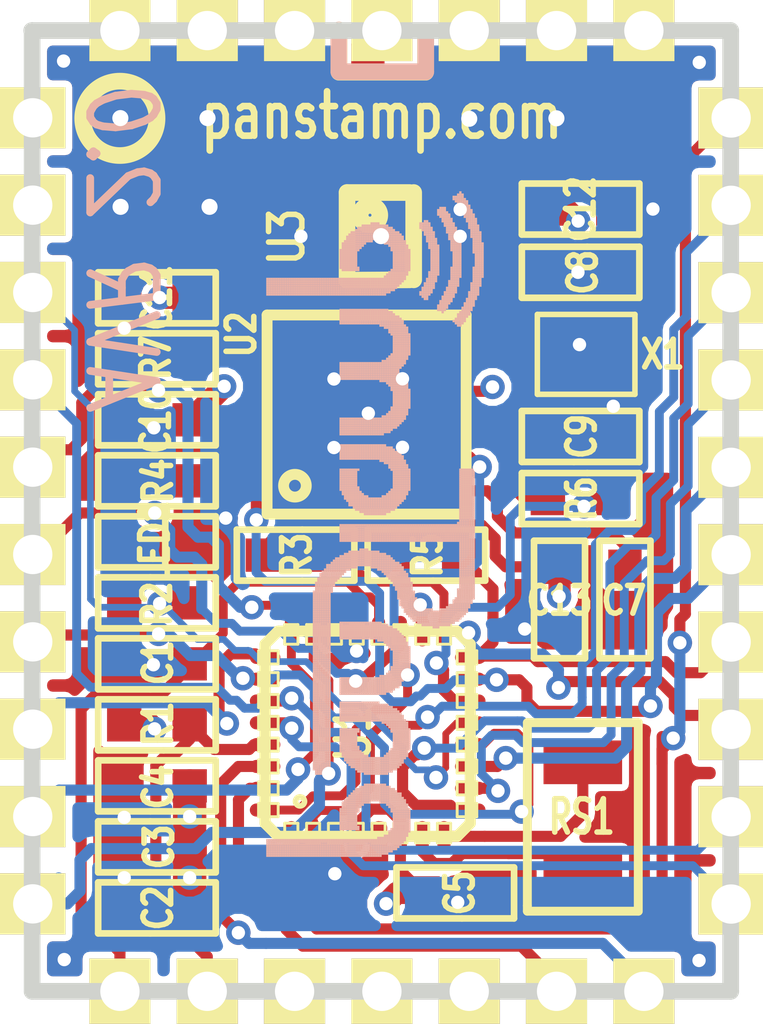
<source format=kicad_pcb>
(kicad_pcb (version 4) (host pcbnew no-vcs-found-product)
  (title_block (title "panStamp AVR") (date "25 Mar 2015") (rev 2.0) (company panStamp) (comment 1 "PCB material: 4-Layer FR4"))
  (layers (0 Front signal) (1 Ground power) (2 Power power) (31 Back signal) (34 B.Paste user) (35 F.Paste user) (36 B.SilkS user) (37 F.SilkS user) (38 B.Mask user) (39 F.Mask user) (44 Edge.Cuts user))
  (net 0 "")
  (net 1 GND)
  (net 2 /AREF)
  (net 3 VCC)
  (net 4 "Net-(C7-Pad1)")
  (net 5 "Net-(C8-Pad2)")
  (net 6 "Net-(C9-Pad2)")
  (net 7 "Net-(LED1-Pad1)")
  (net 8 /GPIO_D4)
  (net 9 /GPIO_D3)
  (net 10 /GPIO_D1)
  (net 11 /GPIO_D0)
  (net 12 /ADC7)
  (net 13 /ADC6)
  (net 14 /GPIO_C3)
  (net 15 /GPIO_C2)
  (net 16 /GPIO_C1)
  (net 17 /GPIO_C0)
  (net 18 /RESET)
  (net 19 /SPI_CScc)
  (net 20 /GPIO_D5)
  (net 21 /GPIO_D6)
  (net 22 /GPIO_D7)
  (net 23 /GPIO_B0)
  (net 24 /GPIO_B1)
  (net 25 /SPI_MOSI)
  (net 26 /SPI_MISO)
  (net 27 /SPI_SCK)
  (net 28 /GPIO_C4)
  (net 29 /GPIO_C5)
  (net 30 /ANTENNA)
  (net 31 "Net-(R3-Pad1)")
  (net 32 "Net-(R4-Pad1)")
  (net 33 "Net-(R5-Pad1)")
  (net 34 "Net-(R6-Pad1)")
  (net 35 "Net-(R7-Pad1)")
  (net 36 "Net-(RS1-Pad1)")
  (net 37 /CC_GDO0)
  (net 38 "Net-(U2-Pad12)")
  (net 39 "Net-(U2-Pad13)")
  (net 40 "Net-(U2-Pad3)")
  (net 41 "Net-(RS1-Pad2)")
  (net 42 "Net-(P1-Pad1)")
  (net 43 "Net-(P1-Pad2)")
  (net 44 "Net-(P3-Pad5)")
  (module mysmd:SM0603S (layer Front) (at 150.9776 127.4064 180)
    (fp_text reference C1 (at -0.0254 0.0254 270) (layer F.SilkS) (effects (font (size 0.635 0.508) (thickness 0.127))))
    (fp_text value 100n hide)
    (pad 2 smd rect (at 0.7493 0 180) (size 0.7874 0.762) (layers Front F.Paste F.Mask) (net 1 GND))
    (pad 1 smd rect (at -0.7493 0 180) (size 0.7874 0.762) (layers Front F.Paste F.Mask) (net 2 /AREF))
  )
  (module mysmd:SM0603S (layer Front) (at 150.9776 132.9944 180)
    (fp_text reference C2 (at -0.0254 0 270) (layer F.SilkS) (effects (font (size 0.635 0.508) (thickness 0.127))))
    (fp_text value 10u hide)
    (pad 2 smd rect (at 0.7493 0 180) (size 0.7874 0.762) (layers Front F.Paste F.Mask) (net 1 GND))
    (pad 1 smd rect (at -0.7493 0 180) (size 0.7874 0.762) (layers Front F.Paste F.Mask) (net 3 VCC))
  )
  (module mysmd:SM0603S (layer Front) (at 150.9776 131.5974 180)
    (fp_text reference C3 (at -0.0508 0 270) (layer F.SilkS) (effects (font (size 0.635 0.508) (thickness 0.127))))
    (fp_text value 1u hide)
    (pad 2 smd rect (at 0.7493 0 180) (size 0.7874 0.762) (layers Front F.Paste F.Mask) (net 1 GND))
    (pad 1 smd rect (at -0.7493 0 180) (size 0.7874 0.762) (layers Front F.Paste F.Mask) (net 3 VCC))
  )
  (module mysmd:SM0603S (layer Front) (at 150.9776 130.2004 180)
    (fp_text reference C4 (at -0.0254 -0.0254 270) (layer F.SilkS) (effects (font (size 0.635 0.508) (thickness 0.127))))
    (fp_text value 100n hide)
    (pad 2 smd rect (at 0.7493 0 180) (size 0.7874 0.762) (layers Front F.Paste F.Mask) (net 1 GND))
    (pad 1 smd rect (at -0.7493 0 180) (size 0.7874 0.762) (layers Front F.Paste F.Mask) (net 3 VCC))
  )
  (module mysmd:SM0603S (layer Front) (at 157.8102 132.6515)
    (fp_text reference C5 (at 0.1016 0 90) (layer F.SilkS) (effects (font (size 0.635 0.508) (thickness 0.127))))
    (fp_text value 100n hide)
    (pad 2 smd rect (at 0.7493 0) (size 0.7874 0.762) (layers Front F.Paste F.Mask) (net 1 GND))
    (pad 1 smd rect (at -0.7493 0) (size 0.7874 0.762) (layers Front F.Paste F.Mask) (net 3 VCC))
  )
  (module mysmd:SM0603S (layer Front) (at 161.6964 125.9332 270)
    (fp_text reference C7 (at 0.0254 0.0254 360) (layer F.SilkS) (effects (font (size 0.635 0.508) (thickness 0.127))))
    (fp_text value 100n hide)
    (pad 2 smd rect (at 0.7493 0 270) (size 0.7874 0.762) (layers Front F.Paste F.Mask) (net 1 GND))
    (pad 1 smd rect (at -0.7493 0 270) (size 0.7874 0.762) (layers Front F.Paste F.Mask) (net 4 "Net-(C7-Pad1)"))
  )
  (module mysmd:SM0603S (layer Front) (at 160.6804 118.4402)
    (fp_text reference C8 (at 0.0508 0 90) (layer F.SilkS) (effects (font (size 0.635 0.508) (thickness 0.127))))
    (fp_text value 30p hide)
    (pad 2 smd rect (at 0.7493 0) (size 0.7874 0.762) (layers Front F.Paste F.Mask) (net 5 "Net-(C8-Pad2)"))
    (pad 1 smd rect (at -0.7493 0) (size 0.7874 0.762) (layers Front F.Paste F.Mask) (net 1 GND))
  )
  (module mysmd:SM0603S (layer Front) (at 160.6804 122.1994 180)
    (fp_text reference C9 (at -0.0254 0 270) (layer F.SilkS) (effects (font (size 0.635 0.508) (thickness 0.127))))
    (fp_text value 30p hide)
    (pad 2 smd rect (at 0.7493 0 180) (size 0.7874 0.762) (layers Front F.Paste F.Mask) (net 6 "Net-(C9-Pad2)"))
    (pad 1 smd rect (at -0.7493 0 180) (size 0.7874 0.762) (layers Front F.Paste F.Mask) (net 1 GND))
  )
  (module mysmd:SM0603S (layer Front) (at 150.9776 121.8184 180)
    (fp_text reference C10 (at 0.0254 -0.0254 270) (layer F.SilkS) (effects (font (size 0.635 0.508) (thickness 0.127))))
    (fp_text value 100n hide)
    (pad 2 smd rect (at 0.7493 0 180) (size 0.7874 0.762) (layers Front F.Paste F.Mask) (net 1 GND))
    (pad 1 smd rect (at -0.7493 0 180) (size 0.7874 0.762) (layers Front F.Paste F.Mask) (net 3 VCC))
  )
  (module mysmd:SM0603S (layer Front) (at 150.9776 119.0244 180)
    (fp_text reference C11 (at 0 0 270) (layer F.SilkS) (effects (font (size 0.635 0.508) (thickness 0.127))))
    (fp_text value 100n hide)
    (pad 2 smd rect (at 0.7493 0 180) (size 0.7874 0.762) (layers Front F.Paste F.Mask) (net 1 GND))
    (pad 1 smd rect (at -0.7493 0 180) (size 0.7874 0.762) (layers Front F.Paste F.Mask) (net 3 VCC))
  )
  (module mysmd:SM0603S (layer Front) (at 160.6804 116.9924)
    (fp_text reference C12 (at 0 0 90) (layer F.SilkS) (effects (font (size 0.635 0.508) (thickness 0.127))))
    (fp_text value 100n hide)
    (pad 2 smd rect (at 0.7493 0) (size 0.7874 0.762) (layers Front F.Paste F.Mask) (net 1 GND))
    (pad 1 smd rect (at -0.7493 0) (size 0.7874 0.762) (layers Front F.Paste F.Mask) (net 3 VCC))
  )
  (module mysmd:SM0603S (layer Front) (at 160.1978 125.9332 270)
    (fp_text reference C13 (at 0.0254 0 360) (layer F.SilkS) (effects (font (size 0.635 0.508) (thickness 0.127))))
    (fp_text value 100n hide)
    (pad 2 smd rect (at 0.7493 0 270) (size 0.7874 0.762) (layers Front F.Paste F.Mask) (net 1 GND))
    (pad 1 smd rect (at -0.7493 0 270) (size 0.7874 0.762) (layers Front F.Paste F.Mask) (net 3 VCC))
  )
  (module mysmd:SM0603S_POL (layer Front) (at 150.9776 124.6124)
    (fp_text reference LED1 (at -0.0508 0 90) (layer F.SilkS) (effects (font (size 0.635 0.508) (thickness 0.127))))
    (fp_text value LED hide)
    (pad 2 smd rect (at 0.7493 0) (size 0.7874 0.762) (layers Front F.Paste F.Mask) (net 1 GND))
    (pad 1 smd rect (at -0.7493 0) (size 0.7874 0.762) (layers Front F.Paste F.Mask) (net 7 "Net-(LED1-Pad1)"))
  )
  (module mysmd:SM0603S (layer Front) (at 150.9776 128.8034)
    (fp_text reference R1 (at 0.0254 -0.0254 90) (layer F.SilkS) (effects (font (size 0.635 0.508) (thickness 0.127))))
    (fp_text value 10k hide)
    (pad 2 smd rect (at 0.7493 0) (size 0.7874 0.762) (layers Front F.Paste F.Mask) (net 18 /RESET))
    (pad 1 smd rect (at -0.7493 0) (size 0.7874 0.762) (layers Front F.Paste F.Mask) (net 3 VCC))
  )
  (module mysmd:SM0603S (layer Front) (at 150.9776 126.0094 180)
    (fp_text reference R2 (at 0 -0.0254 270) (layer F.SilkS) (effects (font (size 0.635 0.508) (thickness 0.127))))
    (fp_text value 1k hide)
    (pad 2 smd rect (at 0.7493 0 180) (size 0.7874 0.762) (layers Front F.Paste F.Mask) (net 7 "Net-(LED1-Pad1)"))
    (pad 1 smd rect (at -0.7493 0 180) (size 0.7874 0.762) (layers Front F.Paste F.Mask) (net 24 /GPIO_B1))
  )
  (module mysmd:SM0603S (layer Front) (at 154.1526 124.9172)
    (fp_text reference R3 (at 0.0254 0 90) (layer F.SilkS) (effects (font (size 0.635 0.508) (thickness 0.127))))
    (fp_text value 1k hide)
    (pad 2 smd rect (at 0.7493 0) (size 0.7874 0.762) (layers Front F.Paste F.Mask) (net 27 /SPI_SCK))
    (pad 1 smd rect (at -0.7493 0) (size 0.7874 0.762) (layers Front F.Paste F.Mask) (net 31 "Net-(R3-Pad1)"))
  )
  (module mysmd:SM0603S (layer Front) (at 150.9776 123.2154)
    (fp_text reference R4 (at 0.0254 0 90) (layer F.SilkS) (effects (font (size 0.635 0.508) (thickness 0.127))))
    (fp_text value 1k hide)
    (pad 2 smd rect (at 0.7493 0) (size 0.7874 0.762) (layers Front F.Paste F.Mask) (net 25 /SPI_MOSI))
    (pad 1 smd rect (at -0.7493 0) (size 0.7874 0.762) (layers Front F.Paste F.Mask) (net 32 "Net-(R4-Pad1)"))
  )
  (module mysmd:SM0603S (layer Front) (at 157.1498 124.9172)
    (fp_text reference R5 (at 0.0254 0 90) (layer F.SilkS) (effects (font (size 0.635 0.508) (thickness 0.127))))
    (fp_text value 1k hide)
    (pad 2 smd rect (at 0.7493 0) (size 0.7874 0.762) (layers Front F.Paste F.Mask) (net 26 /SPI_MISO))
    (pad 1 smd rect (at -0.7493 0) (size 0.7874 0.762) (layers Front F.Paste F.Mask) (net 33 "Net-(R5-Pad1)"))
  )
  (module mysmd:SM0603S (layer Front) (at 160.6804 123.6218)
    (fp_text reference R6 (at 0.0254 0 90) (layer F.SilkS) (effects (font (size 0.635 0.508) (thickness 0.127))))
    (fp_text value 1k hide)
    (pad 2 smd rect (at 0.7493 0) (size 0.7874 0.762) (layers Front F.Paste F.Mask) (net 19 /SPI_CScc))
    (pad 1 smd rect (at -0.7493 0) (size 0.7874 0.762) (layers Front F.Paste F.Mask) (net 34 "Net-(R6-Pad1)"))
  )
  (module mysmd:SM0603S (layer Front) (at 150.9776 120.4214 180)
    (fp_text reference R7 (at 0.0254 0.0254 270) (layer F.SilkS) (effects (font (size 0.635 0.508) (thickness 0.127))))
    (fp_text value 56k hide)
    (pad 2 smd rect (at 0.7493 0 180) (size 0.7874 0.762) (layers Front F.Paste F.Mask) (net 1 GND))
    (pad 1 smd rect (at -0.7493 0 180) (size 0.7874 0.762) (layers Front F.Paste F.Mask) (net 35 "Net-(R7-Pad1)"))
  )
  (module mysmd:EPSON_F-135 (layer Front) (at 160.7312 130.9116 90)
    (fp_text reference RS1 (at 0 -0.0254 180) (layer F.SilkS) (effects (font (size 0.762 0.508) (thickness 0.127))))
    (fp_text value Crystal hide)
    (pad 1 smd rect (at -1.25 0 90) (size 1 1.8) (layers Front F.Paste F.Mask) (net 36 "Net-(RS1-Pad1)"))
    (pad 2 smd rect (at 1.25 0 90) (size 1 1.8) (layers Front F.Paste F.Mask) (net 41 "Net-(RS1-Pad2)"))
  )
  (module mysmd:avr-MLF32 (layer Front) (at 155.8036 129.0066 90)
    (fp_text reference U1 (at 0 -0.3302 90) (layer F.SilkS) (effects (font (size 0.762 0.635) (thickness 0.127))))
    (fp_text value ATMEGA328P hide)
    (pad 1 smd oval (at -2.3495 -1.74752 90) (size 0.6985 0.29972) (layers Front F.Paste F.Mask) (net 9 /GPIO_D3))
    (pad 2 smd oval (at -2.3495 -1.24968 90) (size 0.6985 0.29972) (layers Front F.Paste F.Mask) (net 8 /GPIO_D4))
    (pad 3 smd oval (at -2.3495 -0.7493 90) (size 0.6985 0.29972) (layers Front F.Paste F.Mask) (net 1 GND))
    (pad 4 smd oval (at -2.3495 -0.24892 90) (size 0.6985 0.29972) (layers Front F.Paste F.Mask) (net 3 VCC))
    (pad 5 smd oval (at -2.3495 0.24892 90) (size 0.6985 0.29972) (layers Front F.Paste F.Mask) (net 1 GND))
    (pad 6 smd oval (at -2.3495 0.7493 90) (size 0.6985 0.29972) (layers Front F.Paste F.Mask) (net 3 VCC))
    (pad 7 smd oval (at -2.3495 1.24968 90) (size 0.6985 0.29972) (layers Front F.Paste F.Mask) (net 36 "Net-(RS1-Pad1)"))
    (pad 8 smd oval (at -2.3495 1.74752 90) (size 0.6985 0.29972) (layers Front F.Paste F.Mask) (net 41 "Net-(RS1-Pad2)"))
    (pad 9 smd oval (at -1.74752 2.3495 90) (size 0.29972 0.6985) (layers Front F.Paste F.Mask) (net 20 /GPIO_D5))
    (pad 10 smd oval (at -1.24968 2.3495 90) (size 0.29972 0.6985) (layers Front F.Paste F.Mask) (net 21 /GPIO_D6))
    (pad 11 smd oval (at -0.7493 2.3495 90) (size 0.29972 0.6985) (layers Front F.Paste F.Mask) (net 22 /GPIO_D7))
    (pad 12 smd oval (at -0.24892 2.3495 90) (size 0.29972 0.6985) (layers Front F.Paste F.Mask) (net 23 /GPIO_B0))
    (pad 13 smd oval (at 0.24892 2.3495 90) (size 0.29972 0.6985) (layers Front F.Paste F.Mask) (net 24 /GPIO_B1))
    (pad 14 smd oval (at 0.7493 2.3495 90) (size 0.29972 0.6985) (layers Front F.Paste F.Mask) (net 19 /SPI_CScc))
    (pad 15 smd oval (at 1.24968 2.3495 90) (size 0.29972 0.6985) (layers Front F.Paste F.Mask) (net 25 /SPI_MOSI))
    (pad 16 smd oval (at 1.74752 2.3495 90) (size 0.29972 0.6985) (layers Front F.Paste F.Mask) (net 26 /SPI_MISO))
    (pad 17 smd oval (at 2.3495 1.74752 90) (size 0.6985 0.29972) (layers Front F.Paste F.Mask) (net 27 /SPI_SCK))
    (pad 18 smd oval (at 2.3495 1.24968 90) (size 0.6985 0.29972) (layers Front F.Paste F.Mask) (net 3 VCC))
    (pad 19 smd oval (at 2.3495 0.7493 90) (size 0.6985 0.29972) (layers Front F.Paste F.Mask) (net 13 /ADC6))
    (pad 20 smd oval (at 2.3495 0.24892 90) (size 0.6985 0.29972) (layers Front F.Paste F.Mask) (net 2 /AREF))
    (pad 21 smd oval (at 2.3495 -0.24892 90) (size 0.6985 0.29972) (layers Front F.Paste F.Mask) (net 1 GND))
    (pad 22 smd oval (at 2.3495 -0.7493 90) (size 0.6985 0.29972) (layers Front F.Paste F.Mask) (net 12 /ADC7))
    (pad 23 smd oval (at 2.3495 -1.24968 90) (size 0.6985 0.29972) (layers Front F.Paste F.Mask) (net 17 /GPIO_C0))
    (pad 24 smd oval (at 2.3495 -1.74752 90) (size 0.6985 0.29972) (layers Front F.Paste F.Mask) (net 16 /GPIO_C1))
    (pad 25 smd oval (at 1.74752 -2.3495 90) (size 0.29972 0.6985) (layers Front F.Paste F.Mask) (net 15 /GPIO_C2))
    (pad 26 smd oval (at 1.24968 -2.3495 90) (size 0.29972 0.6985) (layers Front F.Paste F.Mask) (net 14 /GPIO_C3))
    (pad 27 smd oval (at 0.7493 -2.3495 90) (size 0.29972 0.6985) (layers Front F.Paste F.Mask) (net 28 /GPIO_C4))
    (pad 28 smd oval (at 0.24892 -2.3495 90) (size 0.29972 0.6985) (layers Front F.Paste F.Mask) (net 29 /GPIO_C5))
    (pad 29 smd oval (at -0.24892 -2.3495 90) (size 0.29972 0.6985) (layers Front F.Paste F.Mask) (net 18 /RESET))
    (pad 30 smd oval (at -0.7493 -2.3495 90) (size 0.29972 0.6985) (layers Front F.Paste F.Mask) (net 11 /GPIO_D0))
    (pad 31 smd oval (at -1.24968 -2.3495 90) (size 0.29972 0.6985) (layers Front F.Paste F.Mask) (net 10 /GPIO_D1))
    (pad 32 smd oval (at -1.74752 -2.3495 90) (size 0.29972 0.6985) (layers Front F.Paste F.Mask) (net 37 /CC_GDO0))
  )
  (module mysmd:QLP20 (layer Front) (at 154.2796 120.1674 90)
    (fp_text reference U2 (at 0.3048 -1.3716 90) (layer F.SilkS) (effects (font (size 0.635 0.508) (thickness 0.127))))
    (fp_text value CC1101 hide)
    (pad 11 smd rect (at 0.27178 2.55016 90) (size 0.7493 0.2794) (layers Front F.Paste F.Mask) (net 3 VCC))
    (pad 12 smd rect (at 0.27178 2.04978 90) (size 0.7493 0.2794) (layers Front F.Paste F.Mask) (net 38 "Net-(U2-Pad12)"))
    (pad 13 smd rect (at 0.27178 1.5494 90) (size 0.7493 0.2794) (layers Front F.Paste F.Mask) (net 39 "Net-(U2-Pad13)"))
    (pad 14 smd rect (at 0.27178 1.04902 90) (size 0.7493 0.2794) (layers Front F.Paste F.Mask) (net 3 VCC))
    (pad 15 smd rect (at 0.27178 0.54864 90) (size 0.7493 0.2794) (layers Front F.Paste F.Mask) (net 3 VCC))
    (pad 16 smd rect (at -0.49784 -0.24638 90) (size 0.2794 0.75946) (layers Front F.Paste F.Mask) (net 1 GND))
    (pad 17 smd rect (at -0.99822 -0.24638 90) (size 0.2794 0.75946) (layers Front F.Paste F.Mask) (net 35 "Net-(R7-Pad1)"))
    (pad 18 smd rect (at -1.4986 -0.24638 90) (size 0.2794 0.75946) (layers Front F.Paste F.Mask) (net 3 VCC))
    (pad 19 smd rect (at -1.99898 -0.24638 90) (size 0.2794 0.75946) (layers Front F.Paste F.Mask) (net 1 GND))
    (pad 20 smd rect (at -2.49936 -0.24638 90) (size 0.2794 0.75946) (layers Front F.Paste F.Mask) (net 32 "Net-(R4-Pad1)"))
    (pad 1 smd rect (at -3.2766 0.54864 90) (size 0.7493 0.2794) (layers Front F.Paste F.Mask) (net 31 "Net-(R3-Pad1)"))
    (pad 2 smd rect (at -3.2766 1.04902 90) (size 0.7493 0.2794) (layers Front F.Paste F.Mask) (net 33 "Net-(R5-Pad1)"))
    (pad 3 smd rect (at -3.2766 1.5494 90) (size 0.7493 0.2794) (layers Front F.Paste F.Mask) (net 40 "Net-(U2-Pad3)"))
    (pad 4 smd rect (at -3.2766 2.04978 90) (size 0.7493 0.2794) (layers Front F.Paste F.Mask) (net 3 VCC))
    (pad 5 smd rect (at -3.2766 2.55016 90) (size 0.7493 0.2794) (layers Front F.Paste F.Mask) (net 4 "Net-(C7-Pad1)"))
    (pad 6 smd rect (at -2.49936 3.3147 90) (size 0.2794 0.75946) (layers Front F.Paste F.Mask) (net 37 /CC_GDO0))
    (pad 7 smd rect (at -1.99898 3.3147 90) (size 0.2794 0.75946) (layers Front F.Paste F.Mask) (net 34 "Net-(R6-Pad1)"))
    (pad 8 smd rect (at -1.4986 3.3147 90) (size 0.2794 0.75946) (layers Front F.Paste F.Mask) (net 6 "Net-(C9-Pad2)"))
    (pad 9 smd rect (at -0.99822 3.3147 90) (size 0.2794 0.75946) (layers Front F.Paste F.Mask) (net 3 VCC))
    (pad 10 smd rect (at -0.49784 3.3147 90) (size 0.2794 0.75946) (layers Front F.Paste F.Mask) (net 5 "Net-(C8-Pad2)"))
    (pad "" smd rect (at -1.50114 1.53924 90) (size 2.4003 2.4003) (layers Front F.Paste F.Mask) (net 1 GND))
  )
  (module mysmd:JTI_Balun (layer Front) (at 155.194 116.967 270)
    (fp_text reference U3 (at 0.6604 1.2446 270) (layer F.SilkS) (effects (font (size 0.762 0.635) (thickness 0.127))))
    (fp_text value BALUN+FILTER hide)
    (pad 4 smd rect (at 1.30048 -1.8034 270) (size 0.39878 1.00076) (layers Front F.Paste F.Mask) (net 38 "Net-(U2-Pad12)"))
    (pad 5 smd rect (at 0.65024 -1.8034 270) (size 0.39878 1.00076) (layers Front F.Paste F.Mask) (net 1 GND))
    (pad 6 smd rect (at 0 -1.8034 270) (size 0.39878 1.00076) (layers Front F.Paste F.Mask) (net 1 GND))
    (pad 1 smd rect (at 0 0 270) (size 0.39878 1.00076) (layers Front F.Paste F.Mask) (net 30 /ANTENNA))
    (pad 2 smd rect (at 0.65024 0 270) (size 0.39878 1.00076) (layers Front F.Paste F.Mask) (net 1 GND))
    (pad 3 smd rect (at 1.30048 0 270) (size 0.39878 1.00076) (layers Front F.Paste F.Mask) (net 39 "Net-(U2-Pad13)"))
  )
  (module mysmd:FCX-162 (layer Front) (at 160.8074 120.3198)
    (fp_text reference X1 (at 1.7526 0) (layer F.SilkS) (effects (font (size 0.635 0.508) (thickness 0.127))))
    (fp_text value 26MHz hide)
    (pad 4 smd rect (at -0.65 -0.5 180) (size 0.75 0.65) (layers Front F.Paste F.Mask) (net 1 GND))
    (pad 3 smd rect (at 0.65 -0.5 180) (size 0.75 0.65) (layers Front F.Paste F.Mask) (net 5 "Net-(C8-Pad2)"))
    (pad 2 smd rect (at 0.65 0.5 180) (size 0.75 0.65) (layers Front F.Paste F.Mask) (net 1 GND))
    (pad 1 smd rect (at -0.65 0.5 180) (size 0.75 0.65) (layers Front F.Paste F.Mask) (net 6 "Net-(C9-Pad2)"))
  )
  (module mysmd:CASTELLATED_2MM_10 (layer Front) (at 148.1328 123.9012 270)
    (fp_text reference P1 hide)
    (fp_text value CONN_01X10 hide)
    (pad 1 thru_hole rect (at -8.9986 0 90) (size 1.4 1.5) (drill 0.9) (layers *.Cu *.Mask F.SilkS) (net 42 "Net-(P1-Pad1)"))
    (pad 2 thru_hole rect (at -6.9986 0 90) (size 1.4 1.5) (drill 0.9) (layers *.Cu *.Mask F.SilkS) (net 43 "Net-(P1-Pad2)"))
    (pad 3 thru_hole rect (at -4.9986 0 90) (size 1.4 1.5) (drill 0.9) (layers *.Cu *.Mask F.SilkS) (net 24 /GPIO_B1))
    (pad 4 thru_hole rect (at -2.9986 0 90) (size 1.4 1.5) (drill 0.9) (layers *.Cu *.Mask F.SilkS) (net 23 /GPIO_B0))
    (pad 5 thru_hole rect (at -0.9986 0 90) (size 1.4 1.5) (drill 0.9) (layers *.Cu *.Mask F.SilkS) (net 12 /ADC7))
    (pad 6 thru_hole rect (at 1.0014 0 90) (size 1.4 1.5) (drill 0.9) (layers *.Cu *.Mask F.SilkS) (net 13 /ADC6))
    (pad 7 thru_hole rect (at 3.0014 0 90) (size 1.4 1.5) (drill 0.9) (layers *.Cu *.Mask F.SilkS) (net 14 /GPIO_C3))
    (pad 8 thru_hole rect (at 5.0014 0 90) (size 1.4 1.5) (drill 0.9) (layers *.Cu *.Mask F.SilkS) (net 15 /GPIO_C2))
    (pad 9 thru_hole rect (at 7.0014 0 90) (size 1.4 1.5) (drill 0.9) (layers *.Cu *.Mask F.SilkS) (net 16 /GPIO_C1))
    (pad 10 thru_hole rect (at 9.0014 0 90) (size 1.4 1.5) (drill 0.9) (layers *.Cu *.Mask F.SilkS) (net 17 /GPIO_C0))
  )
  (module mysmd:CASTELLATED_2MM_10 (layer Front) (at 164.1282 123.9052 270)
    (fp_text reference P2 hide)
    (fp_text value CONN_01X10 hide)
    (pad 1 thru_hole rect (at -8.9986 0 90) (size 1.4 1.5) (drill 0.9) (layers *.Cu *.Mask F.SilkS) (net 9 /GPIO_D3))
    (pad 2 thru_hole rect (at -6.9986 0 90) (size 1.4 1.5) (drill 0.9) (layers *.Cu *.Mask F.SilkS) (net 8 /GPIO_D4))
    (pad 3 thru_hole rect (at -4.9986 0 90) (size 1.4 1.5) (drill 0.9) (layers *.Cu *.Mask F.SilkS) (net 20 /GPIO_D5))
    (pad 4 thru_hole rect (at -2.9986 0 90) (size 1.4 1.5) (drill 0.9) (layers *.Cu *.Mask F.SilkS) (net 21 /GPIO_D6))
    (pad 5 thru_hole rect (at -0.9986 0 90) (size 1.4 1.5) (drill 0.9) (layers *.Cu *.Mask F.SilkS) (net 22 /GPIO_D7))
    (pad 6 thru_hole rect (at 1.0014 0 90) (size 1.4 1.5) (drill 0.9) (layers *.Cu *.Mask F.SilkS) (net 25 /SPI_MOSI))
    (pad 7 thru_hole rect (at 3.0014 0 90) (size 1.4 1.5) (drill 0.9) (layers *.Cu *.Mask F.SilkS) (net 26 /SPI_MISO))
    (pad 8 thru_hole rect (at 5.0014 0 90) (size 1.4 1.5) (drill 0.9) (layers *.Cu *.Mask F.SilkS) (net 27 /SPI_SCK))
    (pad 9 thru_hole rect (at 7.0014 0 90) (size 1.4 1.5) (drill 0.9) (layers *.Cu *.Mask F.SilkS) (net 28 /GPIO_C4))
    (pad 10 thru_hole rect (at 9.0014 0 90) (size 1.4 1.5) (drill 0.9) (layers *.Cu *.Mask F.SilkS) (net 29 /GPIO_C5))
  )
  (module mysmd:CASTELLATED_2MM_7 (layer Front) (at 156.1282 134.9052)
    (fp_text reference P3 hide)
    (fp_text value CONN_01X07 hide)
    (pad 1 thru_hole rect (at -5.9986 0 180) (size 1.4 1.5) (drill 0.9) (layers *.Cu *.Mask F.SilkS) (net 2 /AREF))
    (pad 2 thru_hole rect (at -3.9986 0 180) (size 1.4 1.5) (drill 0.9) (layers *.Cu *.Mask F.SilkS) (net 18 /RESET))
    (pad 3 thru_hole rect (at -1.9986 0 180) (size 1.4 1.5) (drill 0.9) (layers *.Cu *.Mask F.SilkS) (net 3 VCC))
    (pad 4 thru_hole rect (at 0.0014 0 180) (size 1.4 1.5) (drill 0.9) (layers *.Cu *.Mask F.SilkS) (net 1 GND))
    (pad 5 thru_hole rect (at 2.0014 0 180) (size 1.4 1.5) (drill 0.9) (layers *.Cu *.Mask F.SilkS) (net 44 "Net-(P3-Pad5)"))
    (pad 6 thru_hole rect (at 4.0014 0 180) (size 1.4 1.5) (drill 0.9) (layers *.Cu *.Mask F.SilkS) (net 10 /GPIO_D1))
    (pad 7 thru_hole rect (at 6.0014 0 180) (size 1.4 1.5) (drill 0.9) (layers *.Cu *.Mask F.SilkS) (net 11 /GPIO_D0))
  )
  (module mysmd:CASTELLATED_2MM_7 (layer Front) (at 156.1282 112.9052)
    (fp_text reference P4 hide)
    (fp_text value CONN_01X07 hide)
    (pad 1 thru_hole rect (at -5.9986 0 180) (size 1.4 1.4) (drill 0.9) (layers *.Cu *.Mask F.SilkS) (net 1 GND))
    (pad 2 thru_hole rect (at -3.9986 0 180) (size 1.4 1.4) (drill 0.9) (layers *.Cu *.Mask F.SilkS) (net 1 GND))
    (pad 3 thru_hole rect (at -1.9986 0 180) (size 1.4 1.4) (drill 0.9) (layers *.Cu *.Mask F.SilkS) (net 1 GND))
    (pad 4 thru_hole rect (at 0.0014 0 180) (size 1.4 1.4) (drill 0.9) (layers *.Cu *.Mask F.SilkS) (net 30 /ANTENNA))
    (pad 5 thru_hole rect (at 2.0014 0 180) (size 1.4 1.4) (drill 0.9) (layers *.Cu *.Mask F.SilkS) (net 1 GND))
    (pad 6 thru_hole rect (at 4.0014 0 180) (size 1.4 1.4) (drill 0.9) (layers *.Cu *.Mask F.SilkS) (net 1 GND))
    (pad 7 thru_hole rect (at 6.0014 0 180) (size 1.4 1.4) (drill 0.9) (layers *.Cu *.Mask F.SilkS) (net 1 GND))
  )
  (module mymods:PANSTAMPLOGO (layer Back) (at 158.76524 131.826 90)
    (fp_text reference G*** hide)
    (fp_text value PANSTAMPLOGO hide)
  )
  (module mymods:fiducial (layer Front) (at 162.05 114.75)
    (fp_text reference fiducial hide)
    (fp_text value VAL** hide)
    (pad 1 smd circle (at 0 0) (size 1 1) (layers Front F.Mask) (clearance 0.5))
  )
  (gr_line (start 157.13456 113.84788) (end 157.13456 112.90808) (angle 90) (layer B.SilkS) (width 0.381))
  (gr_line (start 155.1432 113.84788) (end 157.13456 113.84788) (angle 90) (layer B.SilkS) (width 0.381))
  (gr_line (start 155.1432 112.89284) (end 155.1432 113.84788) (angle 90) (layer B.SilkS) (width 0.381))
  (gr_line (start 157.12948 113.85804) (end 157.12948 112.90808) (angle 90) (layer F.SilkS) (width 0.381))
  (gr_line (start 155.14828 113.85804) (end 157.12948 113.85804) (angle 90) (layer F.SilkS) (width 0.381))
  (gr_line (start 155.14828 112.89284) (end 155.14828 113.85804) (angle 90) (layer F.SilkS) (width 0.381))
  (gr_text "AVR 2.0" (at 150.14448 117.93728 270) (layer B.SilkS) (effects (font (size 1.524 1.27) (thickness 0.1778) italic) (justify mirror)))
  (gr_text panstamp.com (at 156.125 114.85) (layer F.SilkS) (effects (font (size 1.016 0.762) (thickness 0.1524))))
  (gr_circle (center 150.1282 114.9152) (end 150.0782 114.0652) (layer F.SilkS) (width 0.381))
  (gr_line (start 148.1182 112.9052) (end 148.1082 112.9052) (angle 90) (layer Edge.Cuts) (width 0.381))
  (gr_line (start 148.1182 134.9052) (end 148.1182 112.9052) (angle 90) (layer Edge.Cuts) (width 0.381))
  (gr_line (start 164.1182 134.9052) (end 148.1182 134.9052) (angle 90) (layer Edge.Cuts) (width 0.381))
  (gr_line (start 164.1182 112.9052) (end 164.1182 134.9052) (angle 90) (layer Edge.Cuts) (width 0.381))
  (gr_line (start 148.1182 112.9052) (end 164.1182 112.9052) (angle 90) (layer Edge.Cuts) (width 0.381))
  (segment (start 160.1978 126.6825) (end 159.4739 126.6825) (width 0.508) (layer Front) (net 1))
  (via (at 159.40024 126.60884) (size 0.5588) (layers Front Back) (net 1))
  (segment (start 159.4739 126.6825) (end 159.40024 126.60884) (width 0.508) (layer Front) (net 1))
  (segment (start 155.55468 126.6571) (end 155.55468 127.10668) (width 0.2032) (layer Front) (net 1))
  (via (at 155.5496 127.11176) (size 0.5588) (layers Front Back) (net 1))
  (segment (start 155.55468 127.10668) (end 155.5496 127.11176) (width 0.2032) (layer Front) (net 1))
  (segment (start 156.05252 131.3561) (end 156.05252 131.96316) (width 0.254) (layer Front) (net 1))
  (segment (start 155.0543 132.20954) (end 155.05176 132.21208) (width 0.254) (layer Front) (net 1))
  (via (at 155.05176 132.21208) (size 0.5588) (layers Front Back) (net 1))
  (segment (start 155.0543 132.20954) (end 155.0543 131.3561) (width 0.254) (layer Front) (net 1))
  (segment (start 155.8036 132.21208) (end 155.05176 132.21208) (width 0.254) (layer Front) (net 1))
  (segment (start 156.05252 131.96316) (end 155.8036 132.21208) (width 0.254) (layer Front) (net 1))
  (via (at 163.39312 134.19836) (size 0.5588) (layers Front Back) (net 1))
  (via (at 148.85416 134.17804) (size 0.5588) (layers Front Back) (net 1))
  (via (at 148.83892 113.60404) (size 0.5588) (layers Front Back) (net 1))
  (via (at 163.3982 113.63452) (size 0.5588) (layers Front Back) (net 1))
  (segment (start 160.1978 126.6825) (end 161.6964 126.6825) (width 0.762) (layer Front) (net 1))
  (segment (start 150.90648 122.00128) (end 150.7236 121.8184) (width 0.508) (layer Front) (net 1))
  (segment (start 150.7236 121.8184) (end 150.90648 122.00128) (width 0.254) (layer Front) (net 1))
  (via (at 150.90648 122.00128) (size 0.5588) (layers Front Back) (net 1))
  (segment (start 150.7236 121.8184) (end 150.2283 121.8184) (width 0.508) (layer Front) (net 1))
  (segment (start 150.2283 121.8184) (end 150.7236 121.8184) (width 0.254) (layer Front) (net 1))
  (via (at 150.2283 119.72036) (size 0.5588) (layers Front Back) (net 1))
  (segment (start 150.2283 119.72036) (end 150.23592 119.72036) (width 0.762) (layer Back) (net 1))
  (segment (start 150.2283 120.4214) (end 150.2283 119.72036) (width 0.762) (layer Front) (net 1))
  (segment (start 150.2283 119.72036) (end 150.2283 119.0244) (width 0.762) (layer Front) (net 1))
  (segment (start 154.03322 122.16638) (end 155.321 122.16638) (width 0.254) (layer Front) (net 1))
  (segment (start 155.321 122.16638) (end 155.81884 121.66854) (width 0.254) (layer Front) (net 1))
  (segment (start 154.03322 120.66524) (end 154.81554 120.66524) (width 0.254) (layer Front) (net 1))
  (segment (start 154.81554 120.66524) (end 155.81884 121.66854) (width 0.254) (layer Front) (net 1))
  (segment (start 151.7269 124.6124) (end 152.00884 124.6124) (width 0.508) (layer Front) (net 1))
  (segment (start 152.00884 124.6124) (end 152.5524 124.06884) (width 0.508) (layer Front) (net 1))
  (via (at 152.5524 124.06884) (size 0.5588) (layers Front Back) (net 1))
  (segment (start 150.2283 127.4064) (end 150.876 127.4064) (width 0.508) (layer Front) (net 1))
  (via (at 150.89632 127.42672) (size 0.5588) (layers Front Back) (net 1))
  (segment (start 150.876 127.4064) (end 150.89632 127.42672) (width 0.508) (layer Front) (net 1))
  (via (at 150.2283 130.92176) (size 0.5588) (layers Front Back) (net 1))
  (segment (start 150.2283 130.92176) (end 150.23084 130.92176) (width 0.508) (layer Back) (net 1))
  (via (at 150.2283 132.30352) (size 0.5588) (layers Front Back) (net 1))
  (segment (start 150.2283 132.30352) (end 150.23592 132.30352) (width 0.508) (layer Back) (net 1))
  (segment (start 158.5595 132.6515) (end 158.08198 132.6515) (width 0.508) (layer Front) (net 1))
  (via (at 157.86608 132.8674) (size 0.5588) (layers Front Back) (net 1))
  (segment (start 158.08198 132.6515) (end 157.86608 132.8674) (width 0.508) (layer Front) (net 1))
  (via (at 161.4297 121.50852) (size 0.5588) (layers Front Back) (net 1))
  (segment (start 161.4297 121.50852) (end 161.4424 121.50852) (width 0.508) (layer Back) (net 1))
  (segment (start 161.4297 122.1994) (end 161.4297 121.50852) (width 0.508) (layer Front) (net 1))
  (segment (start 161.4297 121.50852) (end 161.4297 120.8475) (width 0.508) (layer Front) (net 1))
  (segment (start 161.4297 120.8475) (end 161.4574 120.8198) (width 0.508) (layer Front) (net 1))
  (segment (start 160.7947 120.34774) (end 160.7947 120.23598) (width 0.254) (layer Front) (net 1))
  (via (at 160.655 120.09628) (size 0.5588) (layers Front Back) (net 1))
  (segment (start 160.7947 120.23598) (end 160.655 120.09628) (width 0.254) (layer Front) (net 1))
  (segment (start 160.1574 119.8198) (end 160.26676 119.8198) (width 0.254) (layer Front) (net 1))
  (segment (start 160.26676 119.8198) (end 160.7947 120.34774) (width 0.254) (layer Front) (net 1))
  (segment (start 160.7947 120.34774) (end 161.26676 120.8198) (width 0.254) (layer Front) (net 1))
  (segment (start 161.26676 120.8198) (end 161.4574 120.8198) (width 0.254) (layer Front) (net 1))
  (segment (start 159.9311 118.4402) (end 160.61944 118.4402) (width 0.508) (layer Front) (net 1))
  (via (at 160.61944 118.4402) (size 0.5588) (layers Front Back) (net 1))
  (segment (start 161.4297 116.9924) (end 162.33648 116.9924) (width 0.508) (layer Front) (net 1))
  (via (at 162.33648 116.9924) (size 0.5588) (layers Front Back) (net 1))
  (segment (start 155.81884 121.66854) (end 155.82138 121.66854) (width 0.3048) (layer Back) (net 1))
  (segment (start 155.82138 121.66854) (end 156.60116 122.44832) (width 0.3048) (layer Back) (net 1))
  (segment (start 156.60116 122.44832) (end 155.82138 121.66854) (width 0.3048) (layer Front) (net 1))
  (via (at 156.60116 122.44832) (size 0.5588) (layers Front Back) (net 1))
  (segment (start 155.81884 121.66854) (end 155.81884 121.66092) (width 0.3048) (layer Back) (net 1))
  (segment (start 155.81884 121.66092) (end 156.60116 120.8786) (width 0.3048) (layer Back) (net 1))
  (segment (start 156.60116 120.8786) (end 155.81884 121.66092) (width 0.3048) (layer Front) (net 1))
  (via (at 156.60116 120.8786) (size 0.5588) (layers Front Back) (net 1))
  (segment (start 155.81884 121.66854) (end 155.8163 121.66854) (width 0.3048) (layer Back) (net 1))
  (segment (start 155.8163 121.66854) (end 155.03144 122.4534) (width 0.3048) (layer Back) (net 1))
  (segment (start 155.03144 122.4534) (end 155.8163 121.66854) (width 0.3048) (layer Front) (net 1))
  (via (at 155.03144 122.4534) (size 0.5588) (layers Front Back) (net 1))
  (via (at 155.81884 121.66854) (size 0.5588) (layers Front Back) (net 1))
  (segment (start 155.8163 121.66854) (end 155.81884 121.66854) (width 0.3048) (layer Front) (net 1))
  (segment (start 155.03144 120.88368) (end 155.8163 121.66854) (width 0.3048) (layer Front) (net 1))
  (via (at 155.03144 120.88368) (size 0.5588) (layers Front Back) (net 1))
  (segment (start 155.03398 120.88368) (end 155.03144 120.88368) (width 0.3048) (layer Back) (net 1))
  (segment (start 155.81884 121.66854) (end 155.03398 120.88368) (width 0.3048) (layer Back) (net 1))
  (segment (start 150.1296 112.9052) (end 150.1296 114.8998) (width 0.3048) (layer Front) (net 1))
  (via (at 150.14448 116.9416) (size 0.8763) (drill 0.3683) (layers Front Back) (net 1))
  (segment (start 152.18156 116.9416) (end 150.14448 116.9416) (width 0.3048) (layer Back) (net 1))
  (via (at 152.18156 116.9416) (size 0.8763) (drill 0.3683) (layers Front Back) (net 1))
  (segment (start 152.18156 114.95532) (end 152.18156 116.9416) (width 0.3048) (layer Front) (net 1))
  (segment (start 152.13584 114.9096) (end 152.18156 114.95532) (width 0.3048) (layer Front) (net 1))
  (via (at 152.13584 114.9096) (size 0.8763) (drill 0.3683) (layers Front Back) (net 1))
  (segment (start 150.1394 114.9096) (end 152.13584 114.9096) (width 0.3048) (layer Back) (net 1))
  (via (at 150.1394 114.9096) (size 0.8763) (drill 0.3683) (layers Front Back) (net 1))
  (segment (start 150.1296 114.8998) (end 150.1394 114.9096) (width 0.3048) (layer Front) (net 1))
  (segment (start 158.13024 114.92484) (end 158.1404 114.92484) (width 0.3048) (layer Back) (net 1))
  (via (at 158.13024 114.92484) (size 0.8763) (drill 0.3683) (layers Front Back) (net 1))
  (segment (start 160.11652 114.92484) (end 158.13024 114.92484) (width 0.3048) (layer Front) (net 1))
  (segment (start 160.12668 114.91468) (end 160.11652 114.92484) (width 0.3048) (layer Front) (net 1))
  (via (at 160.12668 114.91468) (size 0.8763) (drill 0.3683) (layers Front Back) (net 1))
  (segment (start 155.194 117.61724) (end 156.9974 117.61724) (width 0.3048) (layer Front) (net 1))
  (segment (start 155.194 117.61724) (end 156.10332 117.61724) (width 0.254) (layer Front) (net 1))
  (via (at 156.1084 117.61216) (size 0.8763) (drill 0.3683) (layers Front Back) (net 1))
  (segment (start 156.10332 117.61724) (end 156.1084 117.61216) (width 0.254) (layer Front) (net 1))
  (segment (start 156.9974 116.967) (end 157.8864 116.967) (width 0.254) (layer Front) (net 1))
  (via (at 157.92196 117.00256) (size 0.5588) (layers Front Back) (net 1))
  (segment (start 157.8864 116.967) (end 157.92196 117.00256) (width 0.254) (layer Front) (net 1))
  (segment (start 156.9974 117.61724) (end 157.92196 117.61724) (width 0.254) (layer Front) (net 1))
  (via (at 157.92196 117.61724) (size 0.5588) (layers Front Back) (net 1))
  (segment (start 155.194 117.61724) (end 154.27452 117.61724) (width 0.254) (layer Front) (net 1))
  (via (at 154.27452 117.61724) (size 0.5588) (layers Front Back) (net 1))
  (segment (start 150.2283 132.9944) (end 150.2283 132.30352) (width 0.762) (layer Front) (net 1))
  (segment (start 150.2283 132.30352) (end 150.2283 131.5974) (width 0.762) (layer Front) (net 1))
  (segment (start 150.2283 131.5974) (end 150.2283 130.92176) (width 0.762) (layer Front) (net 1))
  (segment (start 150.2283 130.92176) (end 150.2283 130.2004) (width 0.762) (layer Front) (net 1))
  (segment (start 151.7269 127.4064) (end 151.79548 127.4064) (width 0.2032) (layer Front) (net 2))
  (segment (start 151.79548 127.4064) (end 152.49652 126.70536) (width 0.2032) (layer Front) (net 2))
  (segment (start 156.05252 126.06528) (end 156.05252 126.6571) (width 0.2032) (layer Front) (net 2))
  (segment (start 155.85948 125.87224) (end 156.05252 126.06528) (width 0.2032) (layer Front) (net 2))
  (segment (start 155.69184 125.87224) (end 155.85948 125.87224) (width 0.2032) (layer Front) (net 2))
  (segment (start 155.35656 125.53696) (end 155.69184 125.87224) (width 0.2032) (layer Front) (net 2))
  (segment (start 152.84704 125.53696) (end 155.35656 125.53696) (width 0.2032) (layer Front) (net 2))
  (segment (start 152.49652 125.88748) (end 152.84704 125.53696) (width 0.2032) (layer Front) (net 2))
  (segment (start 152.49652 126.70536) (end 152.49652 125.88748) (width 0.2032) (layer Front) (net 2))
  (segment (start 149.24024 131.43992) (end 149.24024 133.48208) (width 0.254) (layer Front) (net 2))
  (segment (start 150.1296 134.01076) (end 150.1296 134.9052) (width 0.254) (layer Front) (net 2))
  (segment (start 149.77364 133.6548) (end 150.1296 134.01076) (width 0.254) (layer Front) (net 2))
  (segment (start 149.41296 133.6548) (end 149.77364 133.6548) (width 0.254) (layer Front) (net 2))
  (segment (start 149.24024 133.48208) (end 149.41296 133.6548) (width 0.254) (layer Front) (net 2))
  (segment (start 151.7269 127.4064) (end 151.7269 127.2667) (width 0.254) (layer Front) (net 2))
  (segment (start 151.07412 128.1176) (end 149.56536 128.1176) (width 0.254) (layer Front) (net 2))
  (segment (start 149.56536 128.1176) (end 149.24024 128.44272) (width 0.254) (layer Front) (net 2))
  (segment (start 149.24024 130.31724) (end 149.24024 130.36296) (width 0.254) (layer Front) (net 2))
  (segment (start 149.24024 128.44272) (end 149.24024 130.31724) (width 0.254) (layer Front) (net 2))
  (segment (start 151.7269 127.46482) (end 151.07412 128.1176) (width 0.254) (layer Front) (net 2))
  (segment (start 151.7269 127.4064) (end 151.7269 127.46482) (width 0.254) (layer Front) (net 2))
  (segment (start 149.24024 130.31724) (end 149.24024 131.43992) (width 0.254) (layer Front) (net 2))
  (segment (start 157.05328 126.6571) (end 157.05328 126.10084) (width 0.254) (layer Front) (net 3))
  (via (at 157.00756 126.05512) (size 0.5588) (layers Front Back) (net 3))
  (segment (start 157.05328 126.10084) (end 157.00756 126.05512) (width 0.254) (layer Front) (net 3))
  (segment (start 160.1978 125.1839) (end 160.1978 125.85192) (width 0.508) (layer Front) (net 3))
  (via (at 160.18764 125.86208) (size 0.5588) (layers Front Back) (net 3))
  (segment (start 160.1978 125.85192) (end 160.18764 125.86208) (width 0.508) (layer Front) (net 3))
  (segment (start 157.5943 121.16562) (end 158.56458 121.16562) (width 0.254) (layer Front) (net 3))
  (via (at 158.66364 121.06656) (size 0.5588) (layers Front Back) (net 3))
  (segment (start 158.56458 121.16562) (end 158.66364 121.06656) (width 0.254) (layer Front) (net 3))
  (segment (start 156.47162 132.6515) (end 156.22524 132.89788) (width 0.508) (layer Front) (net 3))
  (via (at 156.22524 132.89788) (size 0.5588) (layers Front Back) (net 3))
  (segment (start 157.0609 132.6515) (end 156.47162 132.6515) (width 0.508) (layer Front) (net 3))
  (segment (start 159.9311 116.9924) (end 160.3502 116.9924) (width 0.508) (layer Front) (net 3))
  (via (at 160.62452 117.26672) (size 0.5588) (layers Front Back) (net 3))
  (segment (start 160.3502 116.9924) (end 160.62452 117.26672) (width 0.508) (layer Front) (net 3))
  (via (at 151.7269 132.30352) (size 0.5588) (layers Front Back) (net 3))
  (segment (start 151.7269 132.30352) (end 151.72944 132.30352) (width 0.508) (layer Back) (net 3))
  (via (at 151.7269 130.90144) (size 0.5588) (layers Front Back) (net 3))
  (segment (start 151.7269 130.90144) (end 151.72944 130.90144) (width 0.508) (layer Back) (net 3))
  (segment (start 150.2283 128.8034) (end 150.83028 128.8034) (width 0.508) (layer Front) (net 3))
  (via (at 150.92172 128.89484) (size 0.5588) (layers Front Back) (net 3))
  (segment (start 150.83028 128.8034) (end 150.92172 128.89484) (width 0.508) (layer Front) (net 3))
  (segment (start 151.7269 121.8184) (end 151.74976 121.8184) (width 0.508) (layer Front) (net 3))
  (segment (start 151.74976 121.8184) (end 152.51684 121.05132) (width 0.508) (layer Front) (net 3))
  (via (at 152.51684 121.05132) (size 0.5588) (layers Front Back) (net 3))
  (segment (start 151.7269 119.0244) (end 151.04364 119.0244) (width 0.508) (layer Front) (net 3))
  (via (at 151.03856 119.01932) (size 0.5588) (layers Front Back) (net 3))
  (segment (start 151.04364 119.0244) (end 151.03856 119.01932) (width 0.508) (layer Front) (net 3))
  (segment (start 156.5529 131.3561) (end 156.5529 132.1435) (width 0.254) (layer Front) (net 3))
  (segment (start 156.5529 132.1435) (end 157.0609 132.6515) (width 0.254) (layer Front) (net 3))
  (segment (start 155.55468 131.3561) (end 155.55468 131.069756) (width 0.254) (layer Front) (net 3))
  (segment (start 155.55468 131.069756) (end 155.890636 130.7338) (width 0.254) (layer Front) (net 3))
  (segment (start 155.890636 130.7338) (end 156.2862 130.7338) (width 0.254) (layer Front) (net 3))
  (segment (start 156.2862 130.7338) (end 156.5529 131.0005) (width 0.254) (layer Front) (net 3))
  (segment (start 156.5529 131.0005) (end 156.5529 131.3561) (width 0.254) (layer Front) (net 3))
  (segment (start 159.6644 125.1839) (end 160.1978 125.1839) (width 0.254) (layer Front) (net 3))
  (segment (start 151.7269 130.2004) (end 151.638 130.2004) (width 0.508) (layer Front) (net 3))
  (segment (start 150.241 128.8034) (end 150.2283 128.8034) (width 0.508) (layer Front) (net 3))
  (segment (start 151.7269 131.5974) (end 151.7269 130.90144) (width 0.762) (layer Front) (net 3))
  (segment (start 151.7269 130.90144) (end 151.7269 130.2004) (width 0.762) (layer Front) (net 3))
  (segment (start 151.7269 132.9944) (end 151.7269 132.30352) (width 0.762) (layer Front) (net 3))
  (segment (start 151.7269 132.30352) (end 151.7269 131.5974) (width 0.762) (layer Front) (net 3))
  (segment (start 159.2326 118.491) (end 159.2326 117.6909) (width 0.254) (layer Front) (net 3))
  (segment (start 159.2326 117.6909) (end 159.9311 116.9924) (width 0.254) (layer Front) (net 3))
  (segment (start 156.82976 119.89562) (end 158.74238 119.89562) (width 0.254) (layer Front) (net 3))
  (segment (start 159.2326 117.6782) (end 159.9184 116.9924) (width 0.254) (layer Front) (net 3))
  (segment (start 159.2326 118.618) (end 159.2326 118.491) (width 0.254) (layer Front) (net 3))
  (segment (start 159.2326 118.491) (end 159.2326 117.6782) (width 0.254) (layer Front) (net 3))
  (segment (start 158.9532 118.8974) (end 159.2326 118.618) (width 0.254) (layer Front) (net 3))
  (segment (start 158.9532 119.6848) (end 158.9532 118.8974) (width 0.254) (layer Front) (net 3))
  (segment (start 158.74238 119.89562) (end 158.9532 119.6848) (width 0.254) (layer Front) (net 3))
  (segment (start 159.9184 116.9924) (end 160.0581 116.9924) (width 0.254) (layer Front) (net 3))
  (segment (start 158.2674 124.2314) (end 158.4198 124.2314) (width 0.254) (layer Front) (net 3))
  (segment (start 158.9659 125.1839) (end 159.6644 125.1839) (width 0.254) (layer Front) (net 3))
  (segment (start 159.6644 125.1839) (end 159.8676 125.1839) (width 0.254) (layer Front) (net 3))
  (segment (start 158.7246 124.9426) (end 158.9659 125.1839) (width 0.254) (layer Front) (net 3))
  (segment (start 158.7246 124.5362) (end 158.7246 124.9426) (width 0.254) (layer Front) (net 3))
  (segment (start 158.4198 124.2314) (end 158.7246 124.5362) (width 0.254) (layer Front) (net 3))
  (segment (start 156.32938 123.444) (end 156.32938 123.94438) (width 0.254) (layer Front) (net 3))
  (segment (start 156.6164 124.2314) (end 158.2674 124.2314) (width 0.254) (layer Front) (net 3))
  (segment (start 156.32938 123.94438) (end 156.6164 124.2314) (width 0.254) (layer Front) (net 3))
  (segment (start 154.03322 121.666) (end 151.8793 121.666) (width 0.254) (layer Front) (net 3))
  (segment (start 151.8793 121.666) (end 151.7269 121.8184) (width 0.254) (layer Front) (net 3))
  (segment (start 155.0924 119.89562) (end 152.73782 119.89562) (width 0.508) (layer Front) (net 3))
  (segment (start 152.73782 119.89562) (end 151.8666 119.0244) (width 0.508) (layer Front) (net 3))
  (segment (start 151.8666 119.0244) (end 151.7269 119.0244) (width 0.508) (layer Front) (net 3))
  (segment (start 155.32862 119.89562) (end 155.0924 119.89562) (width 0.254) (layer Front) (net 3))
  (segment (start 155.0924 119.89562) (end 154.82824 119.89562) (width 0.254) (layer Front) (net 3))
  (segment (start 160.0962 124.4092) (end 161.417 124.4092) (width 0.254) (layer Front) (net 4))
  (segment (start 161.6964 124.6886) (end 161.6964 125.1839) (width 0.254) (layer Front) (net 4))
  (segment (start 161.417 124.4092) (end 161.6964 124.6886) (width 0.254) (layer Front) (net 4))
  (segment (start 156.82976 123.444) (end 158.5468 123.444) (width 0.254) (layer Front) (net 4))
  (segment (start 159.1564 124.4092) (end 160.0962 124.4092) (width 0.254) (layer Front) (net 4))
  (segment (start 158.7754 124.0282) (end 159.1564 124.4092) (width 0.254) (layer Front) (net 4))
  (segment (start 158.7754 123.6726) (end 158.7754 124.0282) (width 0.254) (layer Front) (net 4))
  (segment (start 158.5468 123.444) (end 158.7754 123.6726) (width 0.254) (layer Front) (net 4))
  (segment (start 159.385 120.13184) (end 159.36976 120.13184) (width 0.254) (layer Front) (net 5))
  (segment (start 158.10484 120.66524) (end 157.5943 120.66524) (width 0.254) (layer Front) (net 5))
  (segment (start 158.3436 120.42648) (end 158.10484 120.66524) (width 0.254) (layer Front) (net 5))
  (segment (start 159.07512 120.42648) (end 158.3436 120.42648) (width 0.254) (layer Front) (net 5))
  (segment (start 159.36976 120.13184) (end 159.07512 120.42648) (width 0.254) (layer Front) (net 5))
  (segment (start 161.4574 119.8198) (end 161.4574 118.4679) (width 0.508) (layer Front) (net 5))
  (segment (start 161.4574 118.4679) (end 161.4297 118.4402) (width 0.508) (layer Front) (net 5))
  (segment (start 161.4574 118.5395) (end 161.5567 118.4402) (width 0.508) (layer Front) (net 5))
  (segment (start 160.909 119.126) (end 161.4574 119.6744) (width 0.254) (layer Front) (net 5))
  (segment (start 159.5882 119.126) (end 160.909 119.126) (width 0.254) (layer Front) (net 5))
  (segment (start 159.385 119.3292) (end 159.5882 119.126) (width 0.254) (layer Front) (net 5))
  (segment (start 159.385 120.13184) (end 159.385 119.3292) (width 0.254) (layer Front) (net 5))
  (segment (start 161.4574 119.6744) (end 161.4574 119.8198) (width 0.254) (layer Front) (net 5))
  (segment (start 159.9311 122.1994) (end 159.9311 121.0461) (width 0.508) (layer Front) (net 6))
  (segment (start 159.9311 121.0461) (end 160.1574 120.8198) (width 0.508) (layer Front) (net 6))
  (segment (start 157.5943 121.666) (end 159.3977 121.666) (width 0.254) (layer Front) (net 6))
  (segment (start 159.3977 121.666) (end 159.9311 122.1994) (width 0.254) (layer Front) (net 6))
  (segment (start 150.2283 126.0094) (end 150.2283 124.6124) (width 0.508) (layer Front) (net 7))
  (segment (start 155.867102 129.36728) (end 155.867102 129.054858) (width 0.2032) (layer Front) (net 8))
  (segment (start 156.98724 128.81356) (end 157.1752 128.6256) (width 0.2032) (layer Front) (net 8))
  (segment (start 156.1084 128.81356) (end 156.98724 128.81356) (width 0.2032) (layer Front) (net 8))
  (segment (start 155.867102 129.054858) (end 156.1084 128.81356) (width 0.2032) (layer Front) (net 8))
  (segment (start 155.867102 129.95148) (end 155.867102 130.243578) (width 0.2032) (layer Front) (net 8))
  (segment (start 154.693622 130.76428) (end 154.55392 130.903982) (width 0.2032) (layer Front) (net 8))
  (segment (start 155.3464 130.76428) (end 154.693622 130.76428) (width 0.2032) (layer Front) (net 8))
  (segment (start 155.867102 130.243578) (end 155.3464 130.76428) (width 0.2032) (layer Front) (net 8))
  (segment (start 159.3596 128.37668) (end 159.481526 128.37668) (width 0.2032) (layer Back) (net 8))
  (via (at 157.1752 128.6256) (size 0.5588) (layers Front Back) (net 8))
  (segment (start 157.26156 128.6256) (end 157.51048 128.37668) (width 0.2032) (layer Back) (net 8))
  (segment (start 157.51048 128.37668) (end 159.3596 128.37668) (width 0.2032) (layer Back) (net 8))
  (segment (start 163.1061 119.45366) (end 163.1061 117.98046) (width 0.2032) (layer Back) (net 8))
  (segment (start 162.813998 119.745762) (end 163.1061 119.45366) (width 0.2032) (layer Back) (net 8))
  (segment (start 162.813998 121.30024) (end 162.813998 119.745762) (width 0.2032) (layer Back) (net 8))
  (segment (start 162.483796 121.630442) (end 162.813998 121.30024) (width 0.2032) (layer Back) (net 8))
  (segment (start 162.483796 123.04776) (end 162.483796 121.630442) (width 0.2032) (layer Back) (net 8))
  (segment (start 162.077394 123.454162) (end 162.483796 123.04776) (width 0.2032) (layer Back) (net 8))
  (segment (start 162.077394 124.13996) (end 162.077394 123.454162) (width 0.2032) (layer Back) (net 8))
  (segment (start 161.864034 124.35332) (end 162.077394 124.13996) (width 0.2032) (layer Back) (net 8))
  (segment (start 161.3408 124.35332) (end 161.864034 124.35332) (width 0.2032) (layer Back) (net 8))
  (segment (start 161.020752 124.673368) (end 161.3408 124.35332) (width 0.2032) (layer Back) (net 8))
  (segment (start 161.020752 127.11684) (end 161.020752 124.673368) (width 0.2032) (layer Back) (net 8))
  (segment (start 160.715958 127.421634) (end 161.020752 127.11684) (width 0.2032) (layer Back) (net 8))
  (segment (start 160.715958 128.17348) (end 160.715958 127.421634) (width 0.2032) (layer Back) (net 8))
  (segment (start 163.1061 117.98046) (end 164.1282 116.95836) (width 0.2032) (layer Back) (net 8))
  (segment (start 157.1752 128.6256) (end 157.26156 128.6256) (width 0.2032) (layer Back) (net 8))
  (segment (start 159.481526 128.37668) (end 159.65424 128.549394) (width 0.2032) (layer Back) (net 8))
  (segment (start 159.65424 128.549394) (end 160.492446 128.549394) (width 0.2032) (layer Back) (net 8))
  (segment (start 160.492446 128.549394) (end 160.715958 128.325882) (width 0.2032) (layer Back) (net 8))
  (segment (start 160.715958 128.325882) (end 160.715958 128.17348) (width 0.2032) (layer Back) (net 8))
  (segment (start 164.1282 116.95836) (end 164.1282 116.9066) (width 0.2032) (layer Back) (net 8))
  (segment (start 154.55392 131.3561) (end 154.55392 130.903982) (width 0.2032) (layer Front) (net 8))
  (segment (start 155.867102 129.95148) (end 155.867102 129.36728) (width 0.2032) (layer Front) (net 8))
  (segment (start 164.1282 116.9101) (end 164.1282 116.9066) (width 0.254) (layer Back) (net 8))
  (segment (start 154.55392 131.3561) (end 154.55392 131.05638) (width 0.254) (layer Front) (net 8))
  (segment (start 164.1282 117.0498) (end 164.1282 116.9066) (width 0.254) (layer Back) (net 8))
  (segment (start 164.1282 117.0498) (end 164.1282 116.9066) (width 0.254) (layer Back) (net 8))
  (segment (start 162.5473 129.6924) (end 162.5473 129.3622) (width 0.254) (layer Front) (net 9))
  (segment (start 163.0807 115.8875) (end 164.0616 114.9066) (width 0.254) (layer Front) (net 9))
  (segment (start 163.0807 126.2634) (end 163.0807 115.8875) (width 0.254) (layer Front) (net 9))
  (segment (start 162.9537 126.3904) (end 163.0807 126.2634) (width 0.254) (layer Front) (net 9))
  (segment (start 162.9537 126.9238) (end 162.9537 126.3904) (width 0.254) (layer Front) (net 9))
  (via (at 162.9537 126.9238) (size 0.5588) (layers Front Back) (net 9))
  (segment (start 162.9537 128.9558) (end 162.9537 126.9238) (width 0.254) (layer Back) (net 9))
  (segment (start 162.8013 129.1082) (end 162.9537 128.9558) (width 0.254) (layer Back) (net 9))
  (via (at 162.8013 129.1082) (size 0.5588) (layers Front Back) (net 9))
  (segment (start 162.5473 129.3622) (end 162.8013 129.1082) (width 0.254) (layer Front) (net 9))
  (segment (start 164.0616 114.9066) (end 164.1282 114.9066) (width 0.254) (layer Front) (net 9))
  (segment (start 154.05608 131.3561) (end 154.05608 131.95808) (width 0.254) (layer Front) (net 9))
  (segment (start 162.5473 133.2103) (end 162.5473 129.6924) (width 0.254) (layer Front) (net 9))
  (segment (start 162.5473 129.6924) (end 162.5473 129.0701) (width 0.254) (layer Front) (net 9))
  (segment (start 162.2806 133.477) (end 162.5473 133.2103) (width 0.254) (layer Front) (net 9))
  (segment (start 154.635202 133.477) (end 162.2806 133.477) (width 0.254) (layer Front) (net 9))
  (segment (start 154.3812 133.222998) (end 154.635202 133.477) (width 0.254) (layer Front) (net 9))
  (segment (start 154.3812 132.2832) (end 154.3812 133.222998) (width 0.254) (layer Front) (net 9))
  (segment (start 154.05608 131.95808) (end 154.3812 132.2832) (width 0.254) (layer Front) (net 9))
  (segment (start 164.1068 114.9066) (end 164.1282 114.9066) (width 0.254) (layer Back) (net 9))
  (segment (start 153.9367 133.2357) (end 153.9367 133.4897) (width 0.254) (layer Front) (net 10))
  (segment (start 159.3215 133.8707) (end 160.1296 134.6788) (width 0.254) (layer Front) (net 10))
  (segment (start 154.3177 133.8707) (end 159.3215 133.8707) (width 0.254) (layer Front) (net 10))
  (segment (start 153.9367 133.4897) (end 154.3177 133.8707) (width 0.254) (layer Front) (net 10))
  (segment (start 160.1296 134.6788) (end 160.1296 134.9052) (width 0.254) (layer Front) (net 10))
  (segment (start 153.4541 130.25628) (end 153.10612 130.25628) (width 0.254) (layer Front) (net 10))
  (segment (start 153.10612 130.25628) (end 152.8445 130.5179) (width 0.254) (layer Front) (net 10))
  (segment (start 152.8445 130.5179) (end 152.8445 131.9276) (width 0.254) (layer Front) (net 10))
  (segment (start 152.8445 131.9276) (end 153.0985 132.1816) (width 0.254) (layer Front) (net 10))
  (segment (start 153.0985 132.1816) (end 153.67 132.1816) (width 0.254) (layer Front) (net 10))
  (segment (start 153.67 132.1816) (end 153.9367 132.4483) (width 0.254) (layer Front) (net 10))
  (segment (start 153.9367 132.4483) (end 153.9367 133.2357) (width 0.254) (layer Front) (net 10))
  (segment (start 160.1296 134.6661) (end 160.1296 134.9052) (width 0.254) (layer Front) (net 10))
  (segment (start 153.47696 133.8072) (end 153.0858 133.8072) (width 0.254) (layer Back) (net 11))
  (segment (start 152.4381 133.1595) (end 152.4381 132.83438) (width 0.254) (layer Front) (net 11))
  (segment (start 152.84196 133.56336) (end 152.4381 133.1595) (width 0.254) (layer Front) (net 11))
  (via (at 152.84196 133.56336) (size 0.5588) (layers Front Back) (net 11))
  (segment (start 153.0858 133.8072) (end 152.84196 133.56336) (width 0.254) (layer Back) (net 11))
  (segment (start 161.1884 133.8072) (end 162.1296 134.7484) (width 0.254) (layer Back) (net 11))
  (segment (start 153.47696 133.8072) (end 161.1884 133.8072) (width 0.254) (layer Back) (net 11))
  (segment (start 153.4541 129.7559) (end 152.8445 129.7559) (width 0.254) (layer Front) (net 11))
  (segment (start 152.8445 129.7559) (end 152.4381 130.1623) (width 0.254) (layer Front) (net 11))
  (segment (start 152.4381 130.1623) (end 152.4381 132.79628) (width 0.254) (layer Front) (net 11))
  (segment (start 162.1296 134.7484) (end 162.1296 134.9052) (width 0.254) (layer Back) (net 11))
  (segment (start 155.0543 126.6571) (end 155.0543 126.3015) (width 0.2032) (layer Front) (net 12))
  (segment (start 155.0543 126.3015) (end 154.81808 126.06528) (width 0.2032) (layer Front) (net 12))
  (segment (start 153.19502 126.06528) (end 153.1493 126.111) (width 0.2032) (layer Front) (net 12))
  (segment (start 154.81808 126.06528) (end 153.19502 126.06528) (width 0.2032) (layer Front) (net 12))
  (segment (start 151.6888 123.29668) (end 151.6888 121.40692) (width 0.254) (layer Back) (net 12))
  (segment (start 149.25548 122.25528) (end 149.00656 122.5042) (width 0.254) (layer Front) (net 12))
  (segment (start 149.25548 121.42724) (end 149.25548 122.25528) (width 0.254) (layer Front) (net 12))
  (segment (start 149.51964 121.16308) (end 149.25548 121.42724) (width 0.254) (layer Front) (net 12))
  (segment (start 150.99284 121.16308) (end 149.51964 121.16308) (width 0.254) (layer Front) (net 12))
  (segment (start 151.01316 121.14276) (end 150.99284 121.16308) (width 0.254) (layer Front) (net 12))
  (via (at 151.01316 121.14276) (size 0.5588) (layers Front Back) (net 12))
  (segment (start 151.42464 121.14276) (end 151.01316 121.14276) (width 0.254) (layer Back) (net 12))
  (segment (start 151.6888 121.40692) (end 151.42464 121.14276) (width 0.254) (layer Back) (net 12))
  (segment (start 149.00656 122.5042) (end 148.5312 122.5042) (width 0.254) (layer Front) (net 12))
  (segment (start 148.5312 122.5042) (end 148.1328 122.9026) (width 0.254) (layer Front) (net 12))
  (segment (start 151.6888 123.6091) (end 151.6888 123.29668) (width 0.254) (layer Back) (net 12))
  (segment (start 151.6888 124.0409) (end 151.6888 124.27712) (width 0.254) (layer Back) (net 12))
  (segment (start 151.6888 123.6091) (end 151.6888 124.0409) (width 0.254) (layer Back) (net 12))
  (via (at 153.1493 126.111) (size 0.5588) (layers Front Back) (net 12))
  (segment (start 148.2772 122.9026) (end 148.1328 122.9026) (width 0.254) (layer Back) (net 12))
  (segment (start 152.38476 125.61316) (end 152.38476 124.67844) (width 0.254) (layer Back) (net 12))
  (segment (start 152.38476 124.67844) (end 152.21204 124.50572) (width 0.254) (layer Back) (net 12))
  (segment (start 152.21204 124.50572) (end 151.9174 124.50572) (width 0.254) (layer Back) (net 12))
  (segment (start 151.9174 124.50572) (end 151.6888 124.27712) (width 0.254) (layer Back) (net 12))
  (segment (start 152.8826 126.111) (end 152.38476 125.61316) (width 0.254) (layer Back) (net 12))
  (segment (start 153.1493 126.111) (end 152.8826 126.111) (width 0.254) (layer Back) (net 12))
  (segment (start 155.094568 127.622672) (end 155.349312 127.622672) (width 0.2032) (layer Back) (net 13))
  (segment (start 155.349312 127.622672) (end 155.52928 127.80264) (width 0.2032) (layer Back) (net 13))
  (segment (start 153.8224 126.6571) (end 154.216096 127.050796) (width 0.2032) (layer Back) (net 13))
  (segment (start 152.003758 126.146558) (end 152.003758 125.130558) (width 0.254) (layer Back) (net 13))
  (segment (start 155.64612 127.80264) (end 155.52928 127.80264) (width 0.254) (layer Front) (net 13))
  (segment (start 156.5529 126.9873) (end 155.64612 127.80264) (width 0.254) (layer Front) (net 13))
  (via (at 155.52928 127.80264) (size 0.5588) (layers Front Back) (net 13))
  (segment (start 152.8699 126.6571) (end 153.8224 126.6571) (width 0.2032) (layer Back) (net 13))
  (segment (start 152.6921 126.4793) (end 152.8699 126.6571) (width 0.2032) (layer Back) (net 13))
  (segment (start 152.3365 126.4793) (end 152.6921 126.4793) (width 0.2032) (layer Back) (net 13))
  (segment (start 152.003758 126.146558) (end 152.3365 126.4793) (width 0.2032) (layer Back) (net 13))
  (segment (start 154.216096 127.050796) (end 154.522692 127.050796) (width 0.2032) (layer Back) (net 13))
  (segment (start 154.522692 127.050796) (end 155.094568 127.622672) (width 0.2032) (layer Back) (net 13))
  (segment (start 150.9268 123.952) (end 150.9268 123.96724) (width 0.2032) (layer Back) (net 13))
  (segment (start 151.2951 124.33554) (end 151.2951 124.81306) (width 0.2032) (layer Back) (net 13))
  (segment (start 150.9268 123.96724) (end 151.2951 124.33554) (width 0.2032) (layer Back) (net 13))
  (segment (start 151.2951 124.81306) (end 151.44496 124.96292) (width 0.2032) (layer Back) (net 13))
  (segment (start 151.44496 124.96292) (end 151.83612 124.96292) (width 0.2032) (layer Back) (net 13))
  (segment (start 151.83612 124.96292) (end 152.003758 125.130558) (width 0.2032) (layer Back) (net 13))
  (segment (start 156.5529 126.6571) (end 156.5529 126.9873) (width 0.254) (layer Front) (net 13))
  (segment (start 150.368 123.952) (end 149.2123 123.952) (width 0.254) (layer Front) (net 13))
  (segment (start 149.2123 123.952) (end 148.2617 124.9026) (width 0.254) (layer Front) (net 13))
  (segment (start 148.2617 124.9026) (end 148.1328 124.9026) (width 0.254) (layer Front) (net 13))
  (via (at 150.9268 123.952) (size 0.5588) (layers Front Back) (net 13))
  (segment (start 150.9268 123.952) (end 150.368 123.952) (width 0.254) (layer Front) (net 13))
  (segment (start 150.368 123.952) (end 150.3426 123.952) (width 0.254) (layer Front) (net 13))
  (segment (start 148.1328 124.9299) (end 148.1328 124.9026) (width 0.254) (layer Back) (net 13))
  (segment (start 152.003758 125.130558) (end 151.83612 124.96292) (width 0.254) (layer Back) (net 13))
  (segment (start 151.83612 124.96292) (end 151.44496 124.96292) (width 0.254) (layer Back) (net 13))
  (segment (start 151.44496 124.96292) (end 151.2951 124.81306) (width 0.254) (layer Back) (net 13))
  (segment (start 151.0157 126.7206) (end 151.2443 126.7206) (width 0.254) (layer Back) (net 14))
  (segment (start 152.8699 127.7366) (end 152.9461 127.7366) (width 0.254) (layer Back) (net 14))
  (segment (start 152.3492 127.2159) (end 152.8699 127.7366) (width 0.254) (layer Back) (net 14))
  (segment (start 151.7396 127.2159) (end 152.3492 127.2159) (width 0.254) (layer Back) (net 14))
  (segment (start 151.2443 126.7206) (end 151.7396 127.2159) (width 0.254) (layer Back) (net 14))
  (segment (start 150.9903 126.746) (end 148.2894 126.746) (width 0.254) (layer Front) (net 14))
  (via (at 151.0157 126.7206) (size 0.5588) (layers Front Back) (net 14))
  (segment (start 151.0157 126.7206) (end 150.9903 126.746) (width 0.254) (layer Front) (net 14))
  (segment (start 148.2894 126.746) (end 148.1328 126.9026) (width 0.254) (layer Front) (net 14))
  (segment (start 153.4541 127.75692) (end 152.96642 127.75692) (width 0.254) (layer Front) (net 14))
  (via (at 152.9461 127.7366) (size 0.5588) (layers Front Back) (net 14))
  (segment (start 152.96642 127.75692) (end 152.9461 127.7366) (width 0.254) (layer Front) (net 14))
  (segment (start 152.11298 128.29794) (end 148.73746 128.29794) (width 0.254) (layer Back) (net 15))
  (segment (start 148.73746 128.29794) (end 148.1328 128.9026) (width 0.254) (layer Back) (net 15))
  (segment (start 153.4541 127.25908) (end 153.30678 127.25908) (width 0.254) (layer Front) (net 15))
  (segment (start 153.30678 127.25908) (end 153.2255 127.1778) (width 0.254) (layer Front) (net 15))
  (segment (start 152.4 127.4445) (end 152.4 127.77724) (width 0.254) (layer Front) (net 15))
  (segment (start 153.2255 127.1778) (end 152.6667 127.1778) (width 0.254) (layer Front) (net 15))
  (segment (start 152.6667 127.1778) (end 152.4 127.4445) (width 0.254) (layer Front) (net 15))
  (segment (start 148.19644 128.83896) (end 148.1328 128.9026) (width 0.254) (layer Back) (net 15))
  (segment (start 152.4 128.59512) (end 152.5778 128.77292) (width 0.254) (layer Front) (net 15))
  (via (at 152.5778 128.77292) (size 0.5588) (layers Front Back) (net 15))
  (segment (start 152.4 127.77724) (end 152.4 128.59512) (width 0.254) (layer Front) (net 15))
  (segment (start 152.5778 128.76276) (end 152.11298 128.29794) (width 0.254) (layer Back) (net 15))
  (segment (start 152.5778 128.77292) (end 152.5778 128.76276) (width 0.254) (layer Back) (net 15))
  (segment (start 153.22804 130.29692) (end 153.94686 130.29692) (width 0.254) (layer Back) (net 16))
  (segment (start 153.22804 130.29692) (end 148.73848 130.29692) (width 0.254) (layer Back) (net 16))
  (segment (start 153.94686 130.29692) (end 154.20848 130.0353) (width 0.254) (layer Back) (net 16))
  (segment (start 154.20848 130.0353) (end 154.20848 129.82448) (width 0.254) (layer Back) (net 16))
  (segment (start 154.5844 128.86944) (end 154.5844 129.44856) (width 0.2032) (layer Front) (net 16))
  (segment (start 154.5844 129.44856) (end 154.20848 129.82448) (width 0.2032) (layer Front) (net 16))
  (segment (start 154.05608 126.6571) (end 154.05608 127.39624) (width 0.2032) (layer Front) (net 16))
  (segment (start 154.5844 127.92456) (end 154.5844 128.86944) (width 0.2032) (layer Front) (net 16))
  (segment (start 154.05608 127.39624) (end 154.5844 127.92456) (width 0.2032) (layer Front) (net 16))
  (via (at 154.20848 129.82448) (size 0.5588) (layers Front Back) (net 16))
  (segment (start 148.2434 131.0132) (end 148.1328 130.9026) (width 0.254) (layer Back) (net 16))
  (segment (start 148.2408 130.9026) (end 148.1328 130.9026) (width 0.254) (layer Back) (net 16))
  (segment (start 148.1492 130.8862) (end 148.1328 130.9026) (width 0.254) (layer Back) (net 16))
  (segment (start 148.73848 130.29692) (end 148.1328 130.9026) (width 0.254) (layer Back) (net 16))
  (segment (start 154.20848 129.82448) (end 154.20848 130.0353) (width 0.254) (layer Back) (net 16))
  (segment (start 154.6987 130.53568) (end 154.6987 130.12674) (width 0.254) (layer Back) (net 17))
  (segment (start 154.6987 130.12674) (end 154.90952 129.91592) (width 0.254) (layer Back) (net 17))
  (segment (start 154.55392 126.6571) (end 154.55392 127.427104) (width 0.2032) (layer Front) (net 17))
  (via (at 154.90952 129.91592) (size 0.5588) (layers Front Back) (net 17))
  (segment (start 154.55392 127.427104) (end 154.914602 127.787786) (width 0.2032) (layer Front) (net 17))
  (segment (start 154.914602 127.787786) (end 154.922222 129.903218) (width 0.2032) (layer Front) (net 17))
  (segment (start 154.922222 129.903218) (end 154.90952 129.91592) (width 0.2032) (layer Front) (net 17))
  (segment (start 154.6987 130.0734) (end 154.6987 130.02006) (width 0.2032) (layer Back) (net 17))
  (segment (start 154.6987 130.02006) (end 154.90952 129.91592) (width 0.2032) (layer Back) (net 17))
  (segment (start 154.6987 130.6576) (end 154.6987 130.53568) (width 0.254) (layer Back) (net 17))
  (segment (start 154.6987 130.53568) (end 154.6987 130.0734) (width 0.254) (layer Back) (net 17))
  (segment (start 154.089098 131.267202) (end 154.6987 130.6576) (width 0.254) (layer Back) (net 17))
  (segment (start 152.99436 131.267202) (end 154.089098 131.267202) (width 0.254) (layer Back) (net 17))
  (segment (start 154.559 126.66218) (end 154.55392 126.6571) (width 0.254) (layer Front) (net 17))
  (segment (start 148.7268 132.3086) (end 148.1328 132.9026) (width 0.254) (layer Back) (net 17))
  (segment (start 152.237438 131.267202) (end 151.8666 131.63804) (width 0.254) (layer Back) (net 17))
  (segment (start 151.8666 131.63804) (end 149.47392 131.63804) (width 0.254) (layer Back) (net 17))
  (segment (start 149.47392 131.63804) (end 149.21484 131.89712) (width 0.254) (layer Back) (net 17))
  (segment (start 149.21484 131.89712) (end 149.21484 132.6134) (width 0.254) (layer Back) (net 17))
  (segment (start 149.21484 132.6134) (end 148.92564 132.9026) (width 0.254) (layer Back) (net 17))
  (segment (start 148.92564 132.9026) (end 148.1328 132.9026) (width 0.254) (layer Back) (net 17))
  (segment (start 152.99436 131.267202) (end 152.237438 131.267202) (width 0.254) (layer Back) (net 17))
  (segment (start 153.088338 129.36728) (end 152.29078 129.36728) (width 0.254) (layer Front) (net 18))
  (segment (start 152.29078 129.36728) (end 151.7269 128.8034) (width 0.254) (layer Front) (net 18))
  (segment (start 153.200098 129.25552) (end 153.088338 129.36728) (width 0.254) (layer Front) (net 18))
  (segment (start 153.4541 129.25552) (end 153.200098 129.25552) (width 0.254) (layer Front) (net 18))
  (segment (start 151.34844 129.5146) (end 151.17064 129.5146) (width 0.254) (layer Front) (net 18))
  (segment (start 151.17064 129.5146) (end 150.9522 129.73304) (width 0.254) (layer Front) (net 18))
  (segment (start 150.9522 129.73304) (end 150.9522 133.49732) (width 0.254) (layer Front) (net 18))
  (segment (start 150.9522 133.49732) (end 151.15032 133.69544) (width 0.254) (layer Front) (net 18))
  (segment (start 151.15032 133.69544) (end 151.7142 133.69544) (width 0.254) (layer Front) (net 18))
  (segment (start 151.7142 133.69544) (end 152.1296 134.11084) (width 0.254) (layer Front) (net 18))
  (segment (start 152.1296 134.11084) (end 152.1296 134.9052) (width 0.254) (layer Front) (net 18))
  (segment (start 151.7269 129.13614) (end 151.34844 129.5146) (width 0.254) (layer Front) (net 18))
  (segment (start 151.7269 128.8034) (end 151.7269 129.13614) (width 0.254) (layer Front) (net 18))
  (segment (start 157.59684 126.85268) (end 157.59684 127.16764) (width 0.2032) (layer Back) (net 19))
  (segment (start 157.59684 127.16764) (end 157.3784 127.38608) (width 0.2032) (layer Back) (net 19))
  (segment (start 157.54096 127.8636) (end 157.54096 127.54864) (width 0.254) (layer Front) (net 19))
  (segment (start 157.54096 127.54864) (end 157.3784 127.38608) (width 0.254) (layer Front) (net 19))
  (segment (start 158.1531 128.2573) (end 157.79242 128.2573) (width 0.254) (layer Front) (net 19))
  (segment (start 160.7566 123.7996) (end 161.2519 123.7996) (width 0.2032) (layer Front) (net 19))
  (segment (start 161.2519 123.7996) (end 161.4297 123.6218) (width 0.2032) (layer Front) (net 19))
  (segment (start 157.82544 126.111) (end 158.78048 126.111) (width 0.2032) (layer Back) (net 19))
  (segment (start 157.59684 126.3396) (end 157.82544 126.111) (width 0.2032) (layer Back) (net 19))
  (segment (start 157.59684 126.85268) (end 157.59684 126.3396) (width 0.2032) (layer Back) (net 19))
  (segment (start 158.78048 126.111) (end 159.07004 125.82144) (width 0.2032) (layer Back) (net 19))
  (segment (start 159.3342 123.7996) (end 160.7566 123.7996) (width 0.2032) (layer Back) (net 19))
  (segment (start 159.07004 124.06376) (end 159.3342 123.7996) (width 0.2032) (layer Back) (net 19))
  (segment (start 159.07004 125.82144) (end 159.07004 124.06376) (width 0.2032) (layer Back) (net 19))
  (segment (start 157.54096 127.54864) (end 157.3784 127.38608) (width 0.254) (layer Front) (net 19))
  (segment (start 157.54096 128.00584) (end 157.54096 127.8636) (width 0.254) (layer Front) (net 19))
  (segment (start 157.79242 128.2573) (end 157.54096 128.00584) (width 0.254) (layer Front) (net 19))
  (segment (start 161.4297 123.6218) (end 160.9344 123.6218) (width 0.254) (layer Front) (net 19))
  (via (at 160.7566 123.7996) (size 0.5588) (layers Front Back) (net 19))
  (segment (start 160.9344 123.6218) (end 160.7566 123.7996) (width 0.254) (layer Front) (net 19))
  (via (at 157.3784 127.38608) (size 0.5588) (layers Front Back) (net 19))
  (segment (start 161.5186 123.6218) (end 161.4297 123.6218) (width 0.254) (layer Front) (net 19))
  (segment (start 159.2326 128.711958) (end 159.339282 128.711958) (width 0.2032) (layer Back) (net 20))
  (segment (start 161.04616 128.68148) (end 161.04616 128.36652) (width 0.2032) (layer Back) (net 20))
  (segment (start 160.848044 128.879596) (end 161.04616 128.68148) (width 0.2032) (layer Back) (net 20))
  (segment (start 159.50692 128.879596) (end 160.848044 128.879596) (width 0.2032) (layer Back) (net 20))
  (segment (start 159.339282 128.711958) (end 159.50692 128.879596) (width 0.2032) (layer Back) (net 20))
  (segment (start 157.099 129.3368) (end 157.85084 129.3368) (width 0.2032) (layer Back) (net 20))
  (segment (start 163.1442 119.8906) (end 164.1282 118.9066) (width 0.2032) (layer Back) (net 20))
  (segment (start 163.1442 121.453024) (end 163.1442 119.8906) (width 0.2032) (layer Back) (net 20))
  (segment (start 162.813998 121.783226) (end 163.1442 121.453024) (width 0.2032) (layer Back) (net 20))
  (segment (start 162.813998 123.19508) (end 162.813998 121.783226) (width 0.2032) (layer Back) (net 20))
  (segment (start 162.407596 123.601482) (end 162.813998 123.19508) (width 0.2032) (layer Back) (net 20))
  (segment (start 162.407596 124.45492) (end 162.407596 123.601482) (width 0.2032) (layer Back) (net 20))
  (segment (start 162.173916 124.6886) (end 162.407596 124.45492) (width 0.2032) (layer Back) (net 20))
  (segment (start 161.78276 124.6886) (end 162.173916 124.6886) (width 0.2032) (layer Back) (net 20))
  (segment (start 161.350954 125.120406) (end 161.78276 124.6886) (width 0.2032) (layer Back) (net 20))
  (segment (start 161.350954 127.25908) (end 161.350954 125.120406) (width 0.2032) (layer Back) (net 20))
  (segment (start 161.04616 127.563874) (end 161.350954 127.25908) (width 0.2032) (layer Back) (net 20))
  (segment (start 161.04616 128.36652) (end 161.04616 127.563874) (width 0.2032) (layer Back) (net 20))
  (segment (start 158.475682 128.711958) (end 159.2326 128.711958) (width 0.2032) (layer Back) (net 20))
  (segment (start 157.85084 129.3368) (end 158.475682 128.711958) (width 0.2032) (layer Back) (net 20))
  (segment (start 158.1531 130.75412) (end 157.80512 130.75412) (width 0.254) (layer Front) (net 20))
  (segment (start 157.80512 130.75412) (end 157.6959 130.6449) (width 0.254) (layer Front) (net 20))
  (segment (start 157.6959 130.6449) (end 156.9085 130.6449) (width 0.254) (layer Front) (net 20))
  (segment (start 156.9085 130.6449) (end 156.6037 130.3401) (width 0.254) (layer Front) (net 20))
  (segment (start 156.6037 130.3401) (end 156.6037 129.7686) (width 0.254) (layer Front) (net 20))
  (segment (start 156.6037 129.7686) (end 156.8831 129.4892) (width 0.254) (layer Front) (net 20))
  (segment (start 156.8831 129.4892) (end 156.9466 129.4892) (width 0.254) (layer Front) (net 20))
  (segment (start 156.9466 129.4892) (end 157.099 129.3368) (width 0.254) (layer Front) (net 20))
  (via (at 157.099 129.3368) (size 0.5588) (layers Front Back) (net 20))
  (segment (start 163.8716 118.9066) (end 164.1282 118.9066) (width 0.254) (layer Back) (net 20))
  (segment (start 164.1282 118.9294) (end 164.1282 118.9066) (width 0.254) (layer Back) (net 20))
  (segment (start 159.17672 129.04216) (end 159.191962 129.04216) (width 0.2032) (layer Back) (net 21))
  (segment (start 161.378898 129.032) (end 161.378898 128.6256) (width 0.2032) (layer Back) (net 21))
  (segment (start 161.2011 129.209798) (end 161.378898 129.032) (width 0.2032) (layer Back) (net 21))
  (segment (start 159.3596 129.209798) (end 161.2011 129.209798) (width 0.2032) (layer Back) (net 21))
  (segment (start 159.191962 129.04216) (end 159.3596 129.209798) (width 0.2032) (layer Back) (net 21))
  (segment (start 158.7881 130.3147) (end 158.7881 130.29946) (width 0.2032) (layer Back) (net 21))
  (segment (start 163.1442 121.92) (end 164.1282 120.936) (width 0.2032) (layer Back) (net 21))
  (segment (start 163.1442 123.334802) (end 163.1442 121.92) (width 0.2032) (layer Back) (net 21))
  (segment (start 162.737798 123.741204) (end 163.1442 123.334802) (width 0.2032) (layer Back) (net 21))
  (segment (start 162.737798 124.8918) (end 162.737798 123.741204) (width 0.2032) (layer Back) (net 21))
  (segment (start 162.585398 125.0442) (end 162.737798 124.8918) (width 0.2032) (layer Back) (net 21))
  (segment (start 162.2044 125.0442) (end 162.585398 125.0442) (width 0.2032) (layer Back) (net 21))
  (segment (start 161.681156 125.567444) (end 162.2044 125.0442) (width 0.2032) (layer Back) (net 21))
  (segment (start 161.681156 127.400984) (end 161.681156 125.567444) (width 0.2032) (layer Back) (net 21))
  (segment (start 161.378898 127.703242) (end 161.681156 127.400984) (width 0.2032) (layer Back) (net 21))
  (segment (start 161.378898 128.6256) (end 161.378898 127.703242) (width 0.2032) (layer Back) (net 21))
  (segment (start 158.63824 129.04216) (end 159.17672 129.04216) (width 0.2032) (layer Back) (net 21))
  (segment (start 158.4071 129.2733) (end 158.63824 129.04216) (width 0.2032) (layer Back) (net 21))
  (segment (start 158.4071 129.91846) (end 158.4071 129.2733) (width 0.2032) (layer Back) (net 21))
  (segment (start 158.7881 130.29946) (end 158.4071 129.91846) (width 0.2032) (layer Back) (net 21))
  (segment (start 164.1282 120.936) (end 164.1282 120.9066) (width 0.2032) (layer Back) (net 21))
  (segment (start 163.7625 121.2723) (end 164.1282 120.9066) (width 0.254) (layer Back) (net 21))
  (segment (start 158.72968 130.25628) (end 158.7881 130.3147) (width 0.254) (layer Front) (net 21))
  (via (at 158.7881 130.3147) (size 0.5588) (layers Front Back) (net 21))
  (segment (start 158.1531 130.25628) (end 158.72968 130.25628) (width 0.254) (layer Front) (net 21))
  (segment (start 164.1195 120.9066) (end 164.1282 120.9066) (width 0.254) (layer Back) (net 21))
  (segment (start 164.0814 120.9066) (end 164.1282 120.9066) (width 0.254) (layer Back) (net 21))
  (segment (start 161.7345 128.2446) (end 161.7345 127.886458) (width 0.254) (layer Back) (net 22))
  (segment (start 162.036758 125.735082) (end 162.32124 125.4506) (width 0.254) (layer Back) (net 22))
  (segment (start 162.036758 127.5842) (end 162.036758 125.735082) (width 0.254) (layer Back) (net 22))
  (segment (start 161.7345 127.886458) (end 162.036758 127.5842) (width 0.254) (layer Back) (net 22))
  (segment (start 163.0934 123.8885) (end 164.0753 122.9066) (width 0.254) (layer Back) (net 22))
  (segment (start 163.0934 125.1966) (end 163.0934 123.8885) (width 0.254) (layer Back) (net 22))
  (segment (start 162.8394 125.4506) (end 163.0934 125.1966) (width 0.254) (layer Back) (net 22))
  (segment (start 162.32124 125.4506) (end 162.8394 125.4506) (width 0.254) (layer Back) (net 22))
  (segment (start 164.0753 122.9066) (end 164.1282 122.9066) (width 0.254) (layer Back) (net 22))
  (segment (start 161.7345 128.3843) (end 161.7345 128.2446) (width 0.254) (layer Back) (net 22))
  (segment (start 161.7345 128.3843) (end 161.7345 129.3114) (width 0.254) (layer Back) (net 22))
  (segment (start 161.4805 129.5654) (end 158.9659 129.5654) (width 0.254) (layer Back) (net 22))
  (segment (start 161.7345 129.3114) (end 161.4805 129.5654) (width 0.254) (layer Back) (net 22))
  (segment (start 158.1531 129.7559) (end 158.7754 129.7559) (width 0.254) (layer Front) (net 22))
  (segment (start 158.7754 129.7559) (end 158.9659 129.5654) (width 0.254) (layer Front) (net 22))
  (via (at 158.9659 129.5654) (size 0.5588) (layers Front Back) (net 22))
  (segment (start 158.7754 129.7559) (end 158.9659 129.5654) (width 0.254) (layer Front) (net 22))
  (segment (start 164.1261 122.9066) (end 164.1282 122.9066) (width 0.254) (layer Back) (net 22))
  (segment (start 154.89428 128.50368) (end 154.89428 128.508756) (width 0.2032) (layer Back) (net 23))
  (segment (start 155.503876 128.645916) (end 155.69946 128.8415) (width 0.2032) (layer Back) (net 23))
  (segment (start 155.03144 128.645916) (end 155.503876 128.645916) (width 0.2032) (layer Back) (net 23))
  (segment (start 154.89428 128.508756) (end 155.03144 128.645916) (width 0.2032) (layer Back) (net 23))
  (segment (start 153.98496 127.6604) (end 154.25928 127.6604) (width 0.2032) (layer Back) (net 23))
  (segment (start 154.57932 128.18872) (end 154.89428 128.50368) (width 0.2032) (layer Back) (net 23))
  (segment (start 154.57932 127.98044) (end 154.57932 128.18872) (width 0.2032) (layer Back) (net 23))
  (segment (start 154.25928 127.6604) (end 154.57932 127.98044) (width 0.2032) (layer Back) (net 23))
  (segment (start 156.18968 129.64668) (end 156.18968 129.33172) (width 0.2032) (layer Back) (net 23))
  (segment (start 156.18968 129.33172) (end 155.69946 128.8415) (width 0.2032) (layer Back) (net 23))
  (segment (start 158.4452 129.25552) (end 158.70428 128.99644) (width 0.2032) (layer Front) (net 23))
  (segment (start 158.70428 128.99644) (end 159.22752 128.99644) (width 0.2032) (layer Front) (net 23))
  (segment (start 159.22752 128.99644) (end 159.49676 129.26568) (width 0.2032) (layer Front) (net 23))
  (segment (start 159.49676 129.26568) (end 159.49676 130.62204) (width 0.2032) (layer Front) (net 23))
  (segment (start 159.49676 130.62204) (end 159.32912 130.78968) (width 0.2032) (layer Front) (net 23))
  (via (at 159.32912 130.78968) (size 0.5588) (layers Front Back) (net 23))
  (segment (start 159.32912 130.78968) (end 159.26816 130.85064) (width 0.2032) (layer Back) (net 23))
  (segment (start 159.26816 130.85064) (end 156.42336 130.85064) (width 0.2032) (layer Back) (net 23))
  (segment (start 156.42336 130.85064) (end 156.18968 130.61696) (width 0.2032) (layer Back) (net 23))
  (segment (start 156.18968 130.61696) (end 156.18968 129.64668) (width 0.2032) (layer Back) (net 23))
  (segment (start 149.13864 127.11684) (end 149.13864 127.627378) (width 0.2032) (layer Back) (net 23))
  (segment (start 152.351738 127.942338) (end 152.46604 128.05664) (width 0.2032) (layer Back) (net 23))
  (segment (start 149.4536 127.942338) (end 152.351738 127.942338) (width 0.2032) (layer Back) (net 23))
  (segment (start 149.13864 127.627378) (end 149.4536 127.942338) (width 0.2032) (layer Back) (net 23))
  (segment (start 148.14156 120.9026) (end 148.1328 120.9026) (width 0.2032) (layer Back) (net 23))
  (segment (start 149.13864 121.89968) (end 148.14156 120.9026) (width 0.2032) (layer Back) (net 23))
  (segment (start 149.13864 127.11684) (end 149.13864 121.89968) (width 0.2032) (layer Back) (net 23))
  (segment (start 152.64892 128.23952) (end 152.46604 128.05664) (width 0.2032) (layer Back) (net 23))
  (segment (start 153.98496 127.6604) (end 153.69032 127.6604) (width 0.2032) (layer Back) (net 23))
  (segment (start 153.69032 127.6604) (end 153.45664 127.89408) (width 0.2032) (layer Back) (net 23))
  (segment (start 153.45664 127.89408) (end 153.45664 128.25476) (width 0.2032) (layer Back) (net 23))
  (segment (start 153.45664 128.25476) (end 153.289 128.4224) (width 0.2032) (layer Back) (net 23))
  (segment (start 153.289 128.4224) (end 152.9842 128.4224) (width 0.2032) (layer Back) (net 23))
  (segment (start 152.9842 128.4224) (end 152.80132 128.23952) (width 0.2032) (layer Back) (net 23))
  (segment (start 152.80132 128.23952) (end 152.64892 128.23952) (width 0.2032) (layer Back) (net 23))
  (segment (start 158.1531 129.25552) (end 158.4452 129.25552) (width 0.2032) (layer Front) (net 23))
  (segment (start 155.02636 128.1938) (end 155.026366 128.1938) (width 0.1524) (layer Back) (net 24))
  (segment (start 155.63013 128.341114) (end 155.739728 128.450712) (width 0.1524) (layer Back) (net 24))
  (segment (start 155.17368 128.341114) (end 155.63013 128.341114) (width 0.1524) (layer Back) (net 24))
  (segment (start 155.026366 128.1938) (end 155.17368 128.341114) (width 0.1524) (layer Back) (net 24))
  (segment (start 153.07564 127.10668) (end 153.10612 127.10668) (width 0.1524) (layer Back) (net 24))
  (segment (start 154.8892 128.05664) (end 155.02636 128.1938) (width 0.1524) (layer Back) (net 24))
  (segment (start 154.8892 127.84836) (end 154.8892 128.05664) (width 0.1524) (layer Back) (net 24))
  (segment (start 154.396438 127.355598) (end 154.8892 127.84836) (width 0.1524) (layer Back) (net 24))
  (segment (start 153.355038 127.355598) (end 154.396438 127.355598) (width 0.1524) (layer Back) (net 24))
  (segment (start 153.10612 127.10668) (end 153.355038 127.355598) (width 0.1524) (layer Back) (net 24))
  (segment (start 156.60624 129.39776) (end 156.60624 129.317224) (width 0.1524) (layer Back) (net 24))
  (segment (start 156.60624 129.317224) (end 155.739728 128.450712) (width 0.1524) (layer Back) (net 24))
  (segment (start 156.60624 129.52984) (end 156.60624 129.39776) (width 0.1524) (layer Back) (net 24))
  (segment (start 156.91104 129.83464) (end 156.60624 129.52984) (width 0.1524) (layer Back) (net 24))
  (segment (start 157.19552 129.83464) (end 156.91104 129.83464) (width 0.1524) (layer Back) (net 24))
  (segment (start 157.36824 130.00736) (end 157.19552 129.83464) (width 0.1524) (layer Back) (net 24))
  (via (at 157.36824 130.00736) (size 0.5588) (layers Front Back) (net 24))
  (segment (start 157.59176 129.78384) (end 157.36824 130.00736) (width 0.1524) (layer Front) (net 24))
  (segment (start 157.59176 129.0066) (end 157.59176 129.78384) (width 0.1524) (layer Front) (net 24))
  (segment (start 157.84068 128.75768) (end 157.59176 129.0066) (width 0.1524) (layer Front) (net 24))
  (segment (start 148.1328 118.9026) (end 148.3666 118.9026) (width 0.2032) (layer Back) (net 24))
  (segment (start 148.2269 118.9026) (end 148.1328 118.9026) (width 0.2032) (layer Front) (net 24))
  (segment (start 148.22436 118.9026) (end 148.1328 118.9026) (width 0.1524) (layer Back) (net 24))
  (segment (start 149.09292 119.77116) (end 148.22436 118.9026) (width 0.1524) (layer Back) (net 24))
  (segment (start 149.09292 121.16308) (end 149.09292 119.77116) (width 0.1524) (layer Back) (net 24))
  (segment (start 149.4536 121.52376) (end 149.09292 121.16308) (width 0.1524) (layer Back) (net 24))
  (segment (start 149.4536 125.92304) (end 149.4536 121.52376) (width 0.1524) (layer Back) (net 24))
  (segment (start 149.64156 126.111) (end 149.4536 125.92304) (width 0.1524) (layer Back) (net 24))
  (segment (start 151.06904 126.111) (end 149.64156 126.111) (width 0.1524) (layer Back) (net 24))
  (segment (start 151.17064 126.111) (end 151.06904 126.111) (width 0.1524) (layer Back) (net 24))
  (segment (start 153.07564 127.10668) (end 153.06548 127.09652) (width 0.1524) (layer Back) (net 24))
  (segment (start 153.06548 127.09652) (end 152.76068 127.09652) (width 0.1524) (layer Back) (net 24))
  (segment (start 152.76068 127.09652) (end 152.51176 126.8476) (width 0.1524) (layer Back) (net 24))
  (segment (start 152.51176 126.8476) (end 151.90724 126.8476) (width 0.1524) (layer Back) (net 24))
  (segment (start 151.90724 126.8476) (end 151.17064 126.111) (width 0.1524) (layer Back) (net 24))
  (segment (start 158.1531 128.75768) (end 157.84068 128.75768) (width 0.1524) (layer Front) (net 24))
  (segment (start 151.06904 126.05512) (end 151.03856 126.02464) (width 0.1524) (layer Back) (net 24))
  (via (at 151.03856 126.02464) (size 0.5588) (layers Front Back) (net 24))
  (segment (start 151.03856 126.02464) (end 151.0538 126.0094) (width 0.1524) (layer Front) (net 24))
  (segment (start 151.0538 126.0094) (end 151.7269 126.0094) (width 0.1524) (layer Front) (net 24))
  (segment (start 151.06904 126.111) (end 151.06904 126.05512) (width 0.1524) (layer Back) (net 24))
  (segment (start 155.6258 125.51664) (end 155.8036 125.51664) (width 0.2032) (layer Back) (net 25))
  (segment (start 156.35732 128.27508) (end 156.78912 128.27508) (width 0.2032) (layer Back) (net 25))
  (segment (start 156.07792 127.99568) (end 156.35732 128.27508) (width 0.2032) (layer Back) (net 25))
  (segment (start 156.07792 125.79096) (end 156.07792 127.99568) (width 0.2032) (layer Back) (net 25))
  (segment (start 155.8036 125.51664) (end 156.07792 125.79096) (width 0.2032) (layer Back) (net 25))
  (segment (start 156.78912 128.27508) (end 156.9212 128.143) (width 0.2032) (layer Back) (net 25))
  (segment (start 153.25344 124.10948) (end 153.25344 124.3838) (width 0.2032) (layer Back) (net 25))
  (segment (start 153.24836 124.38888) (end 153.24836 125.30836) (width 0.2032) (layer Back) (net 25))
  (segment (start 153.25344 124.3838) (end 153.24836 124.38888) (width 0.2032) (layer Back) (net 25))
  (segment (start 153.24836 125.30836) (end 153.45664 125.51664) (width 0.2032) (layer Back) (net 25))
  (segment (start 153.45664 125.51664) (end 155.6258 125.51664) (width 0.2032) (layer Back) (net 25))
  (segment (start 158.75508 127.77216) (end 159.27324 127.77216) (width 0.254) (layer Front) (net 25))
  (segment (start 159.45104 128.27) (end 159.67456 128.49352) (width 0.254) (layer Front) (net 25))
  (segment (start 159.45104 127.94996) (end 159.45104 128.27) (width 0.254) (layer Front) (net 25))
  (segment (start 159.27324 127.77216) (end 159.45104 127.94996) (width 0.254) (layer Front) (net 25))
  (segment (start 162.15868 128.49352) (end 162.2806 128.3716) (width 0.254) (layer Front) (net 25))
  (segment (start 159.67456 128.49352) (end 162.15868 128.49352) (width 0.254) (layer Front) (net 25))
  (segment (start 156.78912 128.27508) (end 156.9212 128.143) (width 0.2032) (layer Back) (net 25))
  (segment (start 156.9212 128.143) (end 157.00756 128.143) (width 0.2032) (layer Back) (net 25))
  (segment (start 157.00756 128.143) (end 157.18028 127.97028) (width 0.2032) (layer Back) (net 25))
  (segment (start 157.18028 127.97028) (end 157.59684 127.97028) (width 0.2032) (layer Back) (net 25))
  (segment (start 157.59684 127.97028) (end 157.79496 127.77216) (width 0.2032) (layer Back) (net 25))
  (segment (start 157.79496 127.77216) (end 158.75508 127.77216) (width 0.2032) (layer Back) (net 25))
  (via (at 158.75508 127.77216) (size 0.5588) (layers Front Back) (net 25))
  (segment (start 152.98928 123.2154) (end 153.25344 123.47956) (width 0.254) (layer Front) (net 25))
  (segment (start 153.25344 123.47956) (end 153.25344 124.10948) (width 0.254) (layer Front) (net 25))
  (via (at 153.25344 124.10948) (size 0.5588) (layers Front Back) (net 25))
  (segment (start 151.7269 123.2154) (end 152.98928 123.2154) (width 0.254) (layer Front) (net 25))
  (segment (start 158.73984 127.75692) (end 158.1531 127.75692) (width 0.2032) (layer Front) (net 25))
  (segment (start 158.75508 127.77216) (end 158.73984 127.75692) (width 0.2032) (layer Front) (net 25))
  (segment (start 162.2806 127.9144) (end 162.28568 127.9144) (width 0.254) (layer Back) (net 25))
  (via (at 162.2806 128.3716) (size 0.5588) (layers Front Back) (net 25))
  (segment (start 162.2806 128.3716) (end 162.2806 127.9144) (width 0.254) (layer Back) (net 25))
  (segment (start 163.1442 125.9078) (end 164.1282 124.9238) (width 0.254) (layer Back) (net 25))
  (segment (start 162.7632 125.9078) (end 163.1442 125.9078) (width 0.254) (layer Back) (net 25))
  (segment (start 162.43935 126.23165) (end 162.7632 125.9078) (width 0.254) (layer Back) (net 25))
  (segment (start 162.43935 126.72695) (end 162.43935 126.2888) (width 0.254) (layer Back) (net 25))
  (segment (start 162.43935 126.2888) (end 162.43935 126.23165) (width 0.254) (layer Back) (net 25))
  (segment (start 162.28568 127.9144) (end 162.41776 127.78232) (width 0.254) (layer Back) (net 25))
  (segment (start 162.41776 127.78232) (end 162.41776 126.74854) (width 0.254) (layer Back) (net 25))
  (segment (start 162.41776 126.74854) (end 162.43935 126.72695) (width 0.254) (layer Back) (net 25))
  (segment (start 164.1282 124.9238) (end 164.1282 124.9066) (width 0.254) (layer Back) (net 25))
  (segment (start 158.1531 127.25908) (end 158.3944 127.25908) (width 0.254) (layer Front) (net 26))
  (segment (start 158.3944 127.25908) (end 158.42488 127.2286) (width 0.254) (layer Front) (net 26))
  (segment (start 158.42488 127.2286) (end 159.5755 127.2286) (width 0.254) (layer Front) (net 26))
  (segment (start 159.5755 127.2286) (end 159.7025 127.3556) (width 0.254) (layer Front) (net 26))
  (segment (start 162.2552 127.3556) (end 162.6235 127.3556) (width 0.254) (layer Front) (net 26))
  (segment (start 163.4252 127.6096) (end 164.1282 126.9066) (width 0.254) (layer Front) (net 26))
  (segment (start 162.8775 127.6096) (end 163.4252 127.6096) (width 0.254) (layer Front) (net 26))
  (segment (start 162.6235 127.3556) (end 162.8775 127.6096) (width 0.254) (layer Front) (net 26))
  (segment (start 158.1531 127.25908) (end 158.32582 127.25908) (width 0.254) (layer Front) (net 26))
  (segment (start 158.32582 127.25908) (end 158.6738 126.9111) (width 0.254) (layer Front) (net 26))
  (segment (start 158.6738 126.9111) (end 158.6738 126.6317) (width 0.254) (layer Front) (net 26))
  (segment (start 160.0708 127.3556) (end 159.7025 127.3556) (width 0.254) (layer Front) (net 26))
  (segment (start 160.0708 127.3556) (end 162.2552 127.3556) (width 0.254) (layer Front) (net 26))
  (segment (start 163.6792 127.3556) (end 164.1282 126.9066) (width 0.254) (layer Front) (net 26))
  (segment (start 163.6284 127.4064) (end 164.1282 126.9066) (width 0.254) (layer Front) (net 26))
  (segment (start 158.1531 127.25908) (end 158.38932 127.25908) (width 0.254) (layer Front) (net 26))
  (segment (start 158.6738 126.6317) (end 158.6738 126.3396) (width 0.254) (layer Front) (net 26))
  (segment (start 158.6738 125.6919) (end 157.8991 124.9172) (width 0.254) (layer Front) (net 26))
  (segment (start 158.6738 126.3396) (end 158.6738 125.6919) (width 0.254) (layer Front) (net 26))
  (segment (start 158.1531 127.25908) (end 158.21152 127.25908) (width 0.254) (layer Front) (net 26))
  (segment (start 157.8991 124.9807) (end 157.8991 124.9172) (width 0.254) (layer Front) (net 26))
  (segment (start 158.1531 127.25908) (end 158.36392 127.25908) (width 0.254) (layer Front) (net 26))
  (segment (start 157.8991 124.9553) (end 157.8991 124.9172) (width 0.254) (layer Front) (net 26))
  (segment (start 158.115 126.6952) (end 158.115 126.92888) (width 0.254) (layer Back) (net 27))
  (segment (start 159.81172 127.18288) (end 160.1724 127.54356) (width 0.254) (layer Back) (net 27))
  (segment (start 158.369 127.18288) (end 159.81172 127.18288) (width 0.254) (layer Back) (net 27))
  (segment (start 158.115 126.92888) (end 158.369 127.18288) (width 0.254) (layer Back) (net 27))
  (segment (start 154.9019 124.9172) (end 155.21432 124.9172) (width 0.2032) (layer Front) (net 27))
  (segment (start 155.21432 124.9172) (end 155.83408 125.53696) (width 0.2032) (layer Front) (net 27))
  (segment (start 157.55112 125.80112) (end 157.55112 126.6571) (width 0.2032) (layer Front) (net 27))
  (segment (start 157.28696 125.53696) (end 157.55112 125.80112) (width 0.2032) (layer Front) (net 27))
  (segment (start 155.83408 125.53696) (end 157.28696 125.53696) (width 0.2032) (layer Front) (net 27))
  (segment (start 160.1724 127.54356) (end 160.1724 127.94996) (width 0.254) (layer Back) (net 27))
  (segment (start 160.98012 127.8128) (end 160.30956 127.8128) (width 0.254) (layer Front) (net 27))
  (segment (start 160.98012 127.8128) (end 162.0901 127.8128) (width 0.254) (layer Front) (net 27))
  (segment (start 162.4965 127.8128) (end 162.8267 128.143) (width 0.254) (layer Front) (net 27))
  (segment (start 162.8267 128.143) (end 162.8267 128.397) (width 0.254) (layer Front) (net 27))
  (segment (start 162.8267 128.397) (end 163.0172 128.5875) (width 0.254) (layer Front) (net 27))
  (segment (start 163.0172 128.5875) (end 163.8091 128.5875) (width 0.254) (layer Front) (net 27))
  (segment (start 162.0901 127.8128) (end 162.4965 127.8128) (width 0.254) (layer Front) (net 27))
  (segment (start 160.30956 127.8128) (end 160.1724 127.94996) (width 0.254) (layer Front) (net 27))
  (via (at 160.1724 127.94996) (size 0.5588) (layers Front Back) (net 27))
  (segment (start 163.8091 128.5875) (end 164.1282 128.9066) (width 0.254) (layer Front) (net 27))
  (segment (start 157.55112 126.6571) (end 158.0769 126.6571) (width 0.254) (layer Front) (net 27))
  (via (at 158.115 126.6952) (size 0.5588) (layers Front Back) (net 27))
  (segment (start 158.0769 126.6571) (end 158.115 126.6952) (width 0.254) (layer Front) (net 27))
  (segment (start 163.9078 128.9066) (end 164.1282 128.9066) (width 0.254) (layer Front) (net 27))
  (segment (start 155.1686 124.9172) (end 154.9019 124.9172) (width 0.254) (layer Front) (net 27))
  (segment (start 154.9654 125.1204) (end 154.9019 125.1204) (width 0.254) (layer Front) (net 27))
  (segment (start 154.588881 128.672025) (end 154.588881 128.828199) (width 0.2032) (layer Back) (net 28))
  (segment (start 155.435492 129.044508) (end 155.435492 129.044892) (width 0.2032) (layer Back) (net 28))
  (segment (start 155.367102 128.976118) (end 155.435492 129.044508) (width 0.2032) (layer Back) (net 28))
  (segment (start 154.7368 128.976118) (end 155.367102 128.976118) (width 0.2032) (layer Back) (net 28))
  (segment (start 154.588881 128.828199) (end 154.7368 128.976118) (width 0.2032) (layer Back) (net 28))
  (segment (start 153.4541 128.2573) (end 154.0002 128.2573) (width 0.254) (layer Front) (net 28))
  (segment (start 154.0002 128.2573) (end 154.0637 128.1938) (width 0.254) (layer Front) (net 28))
  (via (at 154.0637 128.1938) (size 0.5588) (layers Front Back) (net 28))
  (segment (start 154.1018 128.1938) (end 154.588881 128.672025) (width 0.2032) (layer Back) (net 28))
  (segment (start 156.21 131.6736) (end 163.3612 131.6736) (width 0.2032) (layer Back) (net 28))
  (segment (start 163.3612 131.6736) (end 164.1282 130.9066) (width 0.2032) (layer Back) (net 28))
  (segment (start 154.0637 128.1938) (end 154.1018 128.1938) (width 0.2032) (layer Back) (net 28))
  (segment (start 155.435492 129.044892) (end 155.7655 129.3749) (width 0.2032) (layer Back) (net 28))
  (segment (start 155.7655 129.3749) (end 155.7655 131.3434) (width 0.2032) (layer Back) (net 28))
  (segment (start 155.7655 131.3434) (end 156.0957 131.6736) (width 0.2032) (layer Back) (net 28))
  (segment (start 156.0957 131.6736) (end 156.21 131.6736) (width 0.2032) (layer Back) (net 28))
  (segment (start 154.0637 128.8796) (end 154.0637 129.13614) (width 0.2032) (layer Back) (net 29))
  (segment (start 155.054298 129.30632) (end 155.4226 129.674622) (width 0.2032) (layer Back) (net 29))
  (segment (start 154.23388 129.30632) (end 155.054298 129.30632) (width 0.2032) (layer Back) (net 29))
  (segment (start 154.0637 129.13614) (end 154.23388 129.30632) (width 0.2032) (layer Back) (net 29))
  (segment (start 153.4541 128.75768) (end 153.94178 128.75768) (width 0.254) (layer Front) (net 29))
  (segment (start 153.94178 128.75768) (end 154.0637 128.8796) (width 0.254) (layer Front) (net 29))
  (via (at 154.0637 128.8796) (size 0.5588) (layers Front Back) (net 29))
  (segment (start 155.4226 129.674622) (end 155.4226 131.7498) (width 0.2032) (layer Back) (net 29))
  (segment (start 163.2508 132.0292) (end 164.1282 132.9066) (width 0.2032) (layer Back) (net 29))
  (segment (start 156.0322 132.0292) (end 163.2508 132.0292) (width 0.2032) (layer Back) (net 29))
  (segment (start 155.702 132.0292) (end 156.0322 132.0292) (width 0.2032) (layer Back) (net 29))
  (segment (start 155.4226 131.7498) (end 155.702 132.0292) (width 0.2032) (layer Back) (net 29))
  (segment (start 155.194 116.70284) (end 155.194 115.60556) (width 0.762) (layer Front) (net 30))
  (segment (start 155.194 116.967) (end 155.194 116.70284) (width 0.3048) (layer Front) (net 30))
  (segment (start 155.80868 114.99088) (end 155.80868 113.22612) (width 0.762) (layer Front) (net 30))
  (segment (start 155.194 115.60556) (end 155.80868 114.99088) (width 0.762) (layer Front) (net 30))
  (segment (start 155.80868 113.22612) (end 156.1296 112.9052) (width 0.762) (layer Front) (net 30))
  (segment (start 156.1296 113.1038) (end 156.1296 112.9052) (width 0.254) (layer Front) (net 30))
  (segment (start 154.82824 123.444) (end 154.82824 124.06376) (width 0.254) (layer Front) (net 31))
  (segment (start 153.9494 124.2314) (end 153.4033 124.7775) (width 0.254) (layer Front) (net 31))
  (segment (start 154.6606 124.2314) (end 153.9494 124.2314) (width 0.254) (layer Front) (net 31))
  (segment (start 154.82824 124.06376) (end 154.6606 124.2314) (width 0.254) (layer Front) (net 31))
  (segment (start 153.4033 124.7775) (end 153.4033 124.9172) (width 0.254) (layer Front) (net 31))
  (segment (start 154.03322 122.66676) (end 152.42032 122.66676) (width 0.254) (layer Front) (net 32))
  (segment (start 150.90394 122.53976) (end 150.2283 123.2154) (width 0.254) (layer Front) (net 32))
  (segment (start 152.29332 122.53976) (end 150.90394 122.53976) (width 0.254) (layer Front) (net 32))
  (segment (start 152.42032 122.66676) (end 152.29332 122.53976) (width 0.254) (layer Front) (net 32))
  (segment (start 155.32862 123.444) (end 155.32862 123.95962) (width 0.254) (layer Front) (net 33))
  (segment (start 155.956 124.2314) (end 156.4005 124.6759) (width 0.254) (layer Front) (net 33))
  (segment (start 155.6004 124.2314) (end 155.956 124.2314) (width 0.254) (layer Front) (net 33))
  (segment (start 155.32862 123.95962) (end 155.6004 124.2314) (width 0.254) (layer Front) (net 33))
  (segment (start 156.4005 124.6759) (end 156.4005 124.9172) (width 0.254) (layer Front) (net 33))
  (segment (start 159.9311 123.6218) (end 159.385 123.6218) (width 0.254) (layer Front) (net 34))
  (segment (start 158.81858 122.16638) (end 157.5943 122.16638) (width 0.254) (layer Front) (net 34))
  (segment (start 159.1056 122.4534) (end 158.81858 122.16638) (width 0.254) (layer Front) (net 34))
  (segment (start 159.1056 123.3424) (end 159.1056 122.4534) (width 0.254) (layer Front) (net 34))
  (segment (start 159.385 123.6218) (end 159.1056 123.3424) (width 0.254) (layer Front) (net 34))
  (segment (start 151.7269 120.4214) (end 152.8064 120.4214) (width 0.254) (layer Front) (net 35))
  (segment (start 153.24582 121.16562) (end 154.03322 121.16562) (width 0.254) (layer Front) (net 35))
  (segment (start 153.0858 121.0056) (end 153.24582 121.16562) (width 0.254) (layer Front) (net 35))
  (segment (start 153.0858 120.7008) (end 153.0858 121.0056) (width 0.254) (layer Front) (net 35))
  (segment (start 152.8064 120.4214) (end 153.0858 120.7008) (width 0.254) (layer Front) (net 35))
  (segment (start 159.0294 131.7498) (end 160.3194 131.7498) (width 0.254) (layer Front) (net 36))
  (segment (start 160.3194 131.7498) (end 160.7312 132.1616) (width 0.254) (layer Front) (net 36))
  (segment (start 157.05328 131.3561) (end 157.05328 131.70408) (width 0.254) (layer Front) (net 36))
  (segment (start 157.05328 131.70408) (end 157.3276 131.9784) (width 0.254) (layer Front) (net 36))
  (segment (start 157.3276 131.9784) (end 157.734 131.9784) (width 0.254) (layer Front) (net 36))
  (segment (start 157.734 131.9784) (end 157.9626 131.7498) (width 0.254) (layer Front) (net 36))
  (segment (start 157.9626 131.7498) (end 159.0294 131.7498) (width 0.254) (layer Front) (net 36))
  (segment (start 159.0294 131.7498) (end 160.5334 131.7498) (width 0.254) (layer Front) (net 36))
  (segment (start 156.718 127.6604) (end 156.509722 127.6604) (width 0.2032) (layer Back) (net 37))
  (segment (start 158.369 125.02896) (end 158.369 122.8979) (width 0.2032) (layer Back) (net 37))
  (segment (start 158.06928 125.32868) (end 158.369 125.02896) (width 0.2032) (layer Back) (net 37))
  (segment (start 156.67228 125.32868) (end 158.06928 125.32868) (width 0.2032) (layer Back) (net 37))
  (segment (start 156.408122 125.592838) (end 156.67228 125.32868) (width 0.2032) (layer Back) (net 37))
  (segment (start 156.408122 127.5588) (end 156.408122 125.592838) (width 0.2032) (layer Back) (net 37))
  (segment (start 156.509722 127.6604) (end 156.408122 127.5588) (width 0.2032) (layer Back) (net 37))
  (segment (start 155.5369 128.92532) (end 155.5369 128.90246) (width 0.2032) (layer Front) (net 37))
  (segment (start 156.718 128.22428) (end 156.718 127.6604) (width 0.2032) (layer Front) (net 37))
  (segment (start 156.47416 128.46812) (end 156.718 128.22428) (width 0.2032) (layer Front) (net 37))
  (segment (start 155.97124 128.46812) (end 156.47416 128.46812) (width 0.2032) (layer Front) (net 37))
  (segment (start 155.5369 128.90246) (end 155.97124 128.46812) (width 0.2032) (layer Front) (net 37))
  (segment (start 155.5369 129.90068) (end 155.5369 130.101338) (width 0.2032) (layer Front) (net 37))
  (segment (start 154.22372 130.75412) (end 153.4541 130.75412) (width 0.2032) (layer Front) (net 37))
  (segment (start 154.54884 130.429) (end 154.22372 130.75412) (width 0.2032) (layer Front) (net 37))
  (segment (start 155.209238 130.429) (end 154.54884 130.429) (width 0.2032) (layer Front) (net 37))
  (segment (start 155.5369 130.101338) (end 155.209238 130.429) (width 0.2032) (layer Front) (net 37))
  (via (at 156.718 127.6604) (size 0.5588) (layers Front Back) (net 37))
  (segment (start 158.13786 122.66676) (end 157.5943 122.66676) (width 0.254) (layer Front) (net 37))
  (via (at 158.369 122.8979) (size 0.5588) (layers Front Back) (net 37))
  (segment (start 158.369 122.8979) (end 158.13786 122.66676) (width 0.254) (layer Front) (net 37))
  (segment (start 155.5369 129.90068) (end 155.5369 128.92532) (width 0.2032) (layer Front) (net 37))
  (segment (start 156.32938 119.89562) (end 156.32938 118.90502) (width 0.254) (layer Front) (net 38))
  (segment (start 156.32938 118.90502) (end 156.96692 118.26748) (width 0.254) (layer Front) (net 38))
  (segment (start 156.96692 118.26748) (end 156.9974 118.26748) (width 0.254) (layer Front) (net 38))
  (segment (start 155.829 119.89562) (end 155.829 118.90248) (width 0.254) (layer Front) (net 39))
  (segment (start 155.829 118.90248) (end 155.194 118.26748) (width 0.254) (layer Front) (net 39))
  (segment (start 158.4833 131.3561) (end 160.2232 131.3561) (width 0.254) (layer Front) (net 41))
  (segment (start 160.7312 130.8481) (end 160.7312 129.6616) (width 0.254) (layer Front) (net 41))
  (segment (start 160.2232 131.3561) (end 160.7312 130.8481) (width 0.254) (layer Front) (net 41))
  (segment (start 160.6804 129.7124) (end 160.7312 129.6616) (width 0.254) (layer Front) (net 41))
  (segment (start 157.55112 131.3561) (end 158.4833 131.3561) (width 0.254) (layer Front) (net 41))
  (segment (start 148.1956 114.9026) (end 148.1328 114.9026) (width 0.2032) (layer Front) (net 42))
  (zone (net 1) (net_name GND) (layer Front) (connect_pads yes (clearance 0.1524)) (min_thickness 0.254) (fill yes (arc_segments 16) (thermal_gap 0.508) (thermal_bridge_width 0.508))
    (polygon (pts (xy 148.12772 112.9284) (xy 154.686 112.9284) (xy 154.686 114.73688) (xy 153.78176 115.64112) (xy 153.78176 117.02796) (xy 154.051 117.2972) (xy 154.57932 117.2972) (xy 154.74696 117.46484) (xy 154.74696 117.8052) (xy 154.57932 117.97284) (xy 154.05608 117.97284) (xy 153.79192 118.237) (xy 153.79192 119.00408) (xy 154.69108 119.90324) (xy 154.69108 120.56364) (xy 157.01772 120.56364) (xy 157.01772 119.888) (xy 157.66796 119.23776) (xy 158.0642 119.23776) (xy 158.28264 119.01932) (xy 158.28264 118.25732) (xy 157.861 117.83568) (xy 157.52064 117.83568) (xy 157.38856 117.7036) (xy 157.38856 117.602) (xy 156.6672 117.602) (xy 156.65196 116.69268) (xy 156.65196 116.01704) (xy 157.0482 115.62588) (xy 157.05836 114.21872) (xy 157.65272 113.62436) (xy 157.62224 112.91316) (xy 164.09924 112.9284) (xy 164.11448 117.69852) (xy 159.24276 117.69344) (xy 159.24276 123.02236) (xy 164.14496 123.03252) (xy 164.09924 134.91972) (xy 148.12772 134.91972) (xy 148.12772 112.93856) (xy 148.11756 112.93856)))
  )
  (zone (net 1) (net_name GND) (layer Back) (connect_pads yes (clearance 0.1524)) (min_thickness 0.254) (fill yes (arc_segments 16) (thermal_gap 0.508) (thermal_bridge_width 0.508))
    (polygon (pts (xy 164.11448 134.91464) (xy 148.12772 134.91464) (xy 148.12772 112.9284) (xy 164.11448 112.897939)))
  )
)
</source>
